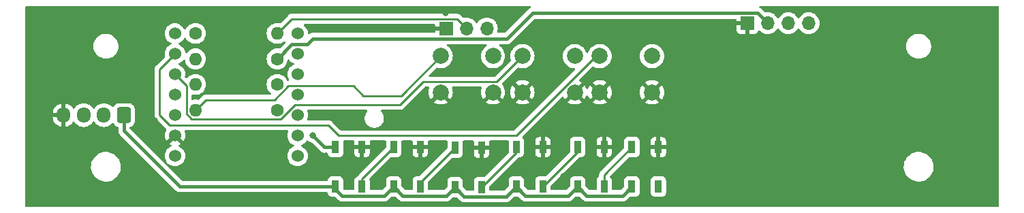
<source format=gbr>
%TF.GenerationSoftware,KiCad,Pcbnew,7.0.9*%
%TF.CreationDate,2024-10-29T13:49:45+09:00*%
%TF.ProjectId,02-top,30322d74-6f70-42e6-9b69-6361645f7063,rev?*%
%TF.SameCoordinates,Original*%
%TF.FileFunction,Copper,L1,Top*%
%TF.FilePolarity,Positive*%
%FSLAX46Y46*%
G04 Gerber Fmt 4.6, Leading zero omitted, Abs format (unit mm)*
G04 Created by KiCad (PCBNEW 7.0.9) date 2024-10-29 13:49:45*
%MOMM*%
%LPD*%
G01*
G04 APERTURE LIST*
G04 Aperture macros list*
%AMRoundRect*
0 Rectangle with rounded corners*
0 $1 Rounding radius*
0 $2 $3 $4 $5 $6 $7 $8 $9 X,Y pos of 4 corners*
0 Add a 4 corners polygon primitive as box body*
4,1,4,$2,$3,$4,$5,$6,$7,$8,$9,$2,$3,0*
0 Add four circle primitives for the rounded corners*
1,1,$1+$1,$2,$3*
1,1,$1+$1,$4,$5*
1,1,$1+$1,$6,$7*
1,1,$1+$1,$8,$9*
0 Add four rect primitives between the rounded corners*
20,1,$1+$1,$2,$3,$4,$5,0*
20,1,$1+$1,$4,$5,$6,$7,0*
20,1,$1+$1,$6,$7,$8,$9,0*
20,1,$1+$1,$8,$9,$2,$3,0*%
G04 Aperture macros list end*
%TA.AperFunction,ComponentPad*%
%ADD10RoundRect,0.250000X0.600000X0.725000X-0.600000X0.725000X-0.600000X-0.725000X0.600000X-0.725000X0*%
%TD*%
%TA.AperFunction,ComponentPad*%
%ADD11O,1.700000X1.950000*%
%TD*%
%TA.AperFunction,ComponentPad*%
%ADD12C,2.000000*%
%TD*%
%TA.AperFunction,SMDPad,CuDef*%
%ADD13R,0.900000X1.500000*%
%TD*%
%TA.AperFunction,ComponentPad*%
%ADD14R,1.700000X1.700000*%
%TD*%
%TA.AperFunction,ComponentPad*%
%ADD15O,1.700000X1.700000*%
%TD*%
%TA.AperFunction,ComponentPad*%
%ADD16C,1.524000*%
%TD*%
%TA.AperFunction,ComponentPad*%
%ADD17C,1.600000*%
%TD*%
%TA.AperFunction,ComponentPad*%
%ADD18O,1.600000X1.600000*%
%TD*%
%TA.AperFunction,ViaPad*%
%ADD19C,0.800000*%
%TD*%
%TA.AperFunction,Conductor*%
%ADD20C,0.400000*%
%TD*%
%TA.AperFunction,Conductor*%
%ADD21C,0.250000*%
%TD*%
G04 APERTURE END LIST*
D10*
%TO.P,J1,1,Pin_1*%
%TO.N,+5V*%
X35560000Y-64770000D03*
D11*
%TO.P,J1,2,Pin_2*%
%TO.N,UART5_RX*%
X33060000Y-64770000D03*
%TO.P,J1,3,Pin_3*%
%TO.N,UART5_TX*%
X30560000Y-64770000D03*
%TO.P,J1,4,Pin_4*%
%TO.N,GND*%
X28060000Y-64770000D03*
%TD*%
D12*
%TO.P,SW3,1,1*%
%TO.N,SW3*%
X101190000Y-57440000D03*
X94690000Y-57440000D03*
%TO.P,SW3,2,2*%
%TO.N,GND*%
X101190000Y-61940000D03*
X94690000Y-61940000D03*
%TD*%
%TO.P,SW2,1,1*%
%TO.N,SW2*%
X91590000Y-57440000D03*
X85090000Y-57440000D03*
%TO.P,SW2,2,2*%
%TO.N,GND*%
X91590000Y-61940000D03*
X85090000Y-61940000D03*
%TD*%
%TO.P,SW1,1,1*%
%TO.N,SW1*%
X81430000Y-57440000D03*
X74930000Y-57440000D03*
%TO.P,SW1,2,2*%
%TO.N,GND*%
X81430000Y-61940000D03*
X74930000Y-61940000D03*
%TD*%
D13*
%TO.P,D3,1,VDD*%
%TO.N,+5V*%
X76710000Y-73750000D03*
%TO.P,D3,2,DOUT*%
%TO.N,Net-(D3-DOUT)*%
X80010000Y-73750000D03*
%TO.P,D3,3,VSS*%
%TO.N,GND*%
X80010000Y-68850000D03*
%TO.P,D3,4,DIN*%
%TO.N,Net-(D2-DOUT)*%
X76710000Y-68850000D03*
%TD*%
%TO.P,D4,1,VDD*%
%TO.N,+5V*%
X84330000Y-73660000D03*
%TO.P,D4,2,DOUT*%
%TO.N,Net-(D4-DOUT)*%
X87630000Y-73660000D03*
%TO.P,D4,3,VSS*%
%TO.N,GND*%
X87630000Y-68760000D03*
%TO.P,D4,4,DIN*%
%TO.N,Net-(D3-DOUT)*%
X84330000Y-68760000D03*
%TD*%
%TO.P,D6,1,VDD*%
%TO.N,+5V*%
X98680000Y-73660000D03*
%TO.P,D6,2,DOUT*%
%TO.N,unconnected-(D6-DOUT-Pad2)*%
X101980000Y-73660000D03*
%TO.P,D6,3,VSS*%
%TO.N,GND*%
X101980000Y-68760000D03*
%TO.P,D6,4,DIN*%
%TO.N,Net-(D5-DOUT)*%
X98680000Y-68760000D03*
%TD*%
D14*
%TO.P,J2,1,Pin_1*%
%TO.N,GND*%
X113040000Y-53340000D03*
D15*
%TO.P,J2,2,Pin_2*%
%TO.N,+3V3*%
X115580000Y-53340000D03*
%TO.P,J2,3,Pin_3*%
%TO.N,I2C_SCL*%
X118120000Y-53340000D03*
%TO.P,J2,4,Pin_4*%
%TO.N,I2C_SDA*%
X120660000Y-53340000D03*
%TD*%
D13*
%TO.P,D2,1,VDD*%
%TO.N,+5V*%
X69090000Y-73660000D03*
%TO.P,D2,2,DOUT*%
%TO.N,Net-(D2-DOUT)*%
X72390000Y-73660000D03*
%TO.P,D2,3,VSS*%
%TO.N,GND*%
X72390000Y-68760000D03*
%TO.P,D2,4,DIN*%
%TO.N,Net-(D1-DOUT)*%
X69090000Y-68760000D03*
%TD*%
D15*
%TO.P,SW4,3,C*%
%TO.N,unconnected-(SW4-C-Pad3)*%
X80660000Y-53975000D03*
%TO.P,SW4,2,B*%
%TO.N,SW*%
X78120000Y-53975000D03*
D14*
%TO.P,SW4,1,A*%
%TO.N,GND*%
X75580000Y-53975000D03*
%TD*%
D13*
%TO.P,D1,1,VDD*%
%TO.N,+5V*%
X61850000Y-73660000D03*
%TO.P,D1,2,DOUT*%
%TO.N,Net-(D1-DOUT)*%
X65150000Y-73660000D03*
%TO.P,D1,3,VSS*%
%TO.N,GND*%
X65150000Y-68760000D03*
%TO.P,D1,4,DIN*%
%TO.N,WS2812B*%
X61850000Y-68760000D03*
%TD*%
%TO.P,D5,1,VDD*%
%TO.N,+5V*%
X91950000Y-73660000D03*
%TO.P,D5,2,DOUT*%
%TO.N,Net-(D5-DOUT)*%
X95250000Y-73660000D03*
%TO.P,D5,3,VSS*%
%TO.N,GND*%
X95250000Y-68760000D03*
%TO.P,D5,4,DIN*%
%TO.N,Net-(D4-DOUT)*%
X91950000Y-68760000D03*
%TD*%
D16*
%TO.P,U1,1,D0*%
%TO.N,unconnected-(U1-D0-Pad1)*%
X57150000Y-69850000D03*
%TO.P,U1,2,D1*%
%TO.N,unconnected-(U1-D1-Pad2)*%
X57150000Y-67310000D03*
%TO.P,U1,3,D2*%
%TO.N,SW*%
X57150000Y-64770000D03*
%TO.P,U1,4,D3*%
%TO.N,WS2812B*%
X57150000Y-62230000D03*
%TO.P,U1,5,D4*%
%TO.N,I2C_SDA*%
X57150000Y-59690000D03*
%TO.P,U1,6,D5*%
%TO.N,I2C_SCL*%
X57150000Y-57150000D03*
%TO.P,U1,7,D6*%
%TO.N,UART5_RX*%
X57150000Y-54610000D03*
%TO.P,U1,8,D7*%
%TO.N,UART5_TX*%
X41910000Y-54610000D03*
%TO.P,U1,9,D8*%
%TO.N,SW3*%
X41910000Y-57150000D03*
%TO.P,U1,10,D9*%
%TO.N,SW2*%
X41910000Y-59690000D03*
%TO.P,U1,11,D10*%
%TO.N,SW1*%
X41910000Y-62230000D03*
%TO.P,U1,12,3V3*%
%TO.N,+3V3*%
X41910000Y-64770000D03*
%TO.P,U1,13,GND*%
%TO.N,GND*%
X41910000Y-67310000D03*
%TO.P,U1,14,5V*%
%TO.N,+5V*%
X41910000Y-69850000D03*
%TD*%
D17*
%TO.P,R1,1*%
%TO.N,+3V3*%
X54610000Y-64135000D03*
D18*
%TO.P,R1,2*%
%TO.N,SW1*%
X44450000Y-64135000D03*
%TD*%
D17*
%TO.P,R3,1*%
%TO.N,+3V3*%
X54610000Y-57785000D03*
D18*
%TO.P,R3,2*%
%TO.N,SW3*%
X44450000Y-57785000D03*
%TD*%
D17*
%TO.P,R2,1*%
%TO.N,+3V3*%
X54610000Y-60960000D03*
D18*
%TO.P,R2,2*%
%TO.N,SW2*%
X44450000Y-60960000D03*
%TD*%
D17*
%TO.P,R4,1*%
%TO.N,+3V3*%
X44450000Y-54610000D03*
D18*
%TO.P,R4,2*%
%TO.N,SW*%
X54610000Y-54610000D03*
%TD*%
D19*
%TO.N,GND*%
X84455000Y-52070000D03*
X82550000Y-53975000D03*
X75565000Y-52070000D03*
%TO.N,WS2812B*%
X59055000Y-67310000D03*
%TO.N,GND*%
X37465000Y-63500000D03*
X38735000Y-58420000D03*
X141605000Y-53340000D03*
X141605000Y-71120000D03*
X24765000Y-74930000D03*
X71755000Y-53975000D03*
X39370000Y-65405000D03*
X43180000Y-71755000D03*
X102235000Y-71120000D03*
X100330000Y-68580000D03*
X100330000Y-73660000D03*
X93980000Y-68580000D03*
X86360000Y-68580000D03*
X82550000Y-68580000D03*
X78105000Y-68580000D03*
X70485000Y-68580000D03*
X74930000Y-68580000D03*
X67310000Y-68580000D03*
X63500000Y-68580000D03*
X63500000Y-73660000D03*
X67310000Y-73025000D03*
X74295000Y-73025000D03*
X82550000Y-73025000D03*
X90170000Y-72390000D03*
X97155000Y-72390000D03*
X93345000Y-71120000D03*
X85725000Y-71120000D03*
X78105000Y-71120000D03*
X70485000Y-71120000D03*
X63500000Y-71120000D03*
X24765000Y-52705000D03*
X52070000Y-57785000D03*
X114935000Y-60960000D03*
X107315000Y-53340000D03*
%TD*%
D20*
%TO.N,WS2812B*%
X60505000Y-68760000D02*
X59055000Y-67310000D01*
X61850000Y-68760000D02*
X60505000Y-68760000D01*
%TO.N,+3V3*%
X58311999Y-55988000D02*
X56407000Y-55988000D01*
X83185000Y-55245000D02*
X59054999Y-55245000D01*
X114330000Y-52090000D02*
X86340000Y-52090000D01*
X59054999Y-55245000D02*
X58311999Y-55988000D01*
X56407000Y-55988000D02*
X54610000Y-57785000D01*
X115580000Y-53340000D02*
X114330000Y-52090000D01*
X86340000Y-52090000D02*
X83185000Y-55245000D01*
D21*
%TO.N,SW*%
X76945000Y-52800000D02*
X78120000Y-53975000D01*
X56420000Y-52800000D02*
X76945000Y-52800000D01*
X54610000Y-54610000D02*
X56420000Y-52800000D01*
%TO.N,SW3*%
X40005000Y-64770000D02*
X40005000Y-59055000D01*
X41275000Y-66040000D02*
X40005000Y-64770000D01*
X60959125Y-66040000D02*
X41275000Y-66040000D01*
X84346167Y-67310000D02*
X62229125Y-67310000D01*
X40005000Y-59055000D02*
X41910000Y-57150000D01*
X94216167Y-57440000D02*
X84346167Y-67310000D01*
X62229125Y-67310000D02*
X60959125Y-66040000D01*
X94690000Y-57440000D02*
X94216167Y-57440000D01*
%TO.N,SW2*%
X43325000Y-61105000D02*
X41910000Y-59690000D01*
X43325000Y-64600991D02*
X43325000Y-61105000D01*
X43984009Y-65260000D02*
X43325000Y-64600991D01*
X55075991Y-65260000D02*
X43984009Y-65260000D01*
X56835991Y-63500000D02*
X55075991Y-65260000D01*
X69850000Y-63500000D02*
X56835991Y-63500000D01*
X72735000Y-60615000D02*
X69850000Y-63500000D01*
X81915000Y-60615000D02*
X72735000Y-60615000D01*
X85090000Y-57440000D02*
X81915000Y-60615000D01*
%TO.N,SW1*%
X56017991Y-61143000D02*
X54295991Y-62865000D01*
X45720000Y-62865000D02*
X44450000Y-64135000D01*
X64092556Y-61143000D02*
X56017991Y-61143000D01*
X65307059Y-62357503D02*
X64092556Y-61143000D01*
X70012497Y-62357503D02*
X65307059Y-62357503D01*
X74930000Y-57440000D02*
X70012497Y-62357503D01*
X54295991Y-62865000D02*
X45720000Y-62865000D01*
D20*
%TO.N,+5V*%
X42545000Y-73660000D02*
X35560000Y-66675000D01*
X35560000Y-66675000D02*
X35560000Y-64770000D01*
X61850000Y-73660000D02*
X42545000Y-73660000D01*
X97530000Y-74810000D02*
X98680000Y-73660000D01*
X93100000Y-74810000D02*
X97530000Y-74810000D01*
X91950000Y-73660000D02*
X93100000Y-74810000D01*
X90800000Y-74810000D02*
X91950000Y-73660000D01*
X85480000Y-74810000D02*
X90800000Y-74810000D01*
X84330000Y-73660000D02*
X85480000Y-74810000D01*
X83090000Y-74900000D02*
X84330000Y-73660000D01*
X77860000Y-74900000D02*
X83090000Y-74900000D01*
X76710000Y-73750000D02*
X77860000Y-74900000D01*
X75650000Y-74810000D02*
X76710000Y-73750000D01*
X69090000Y-73660000D02*
X70240000Y-74810000D01*
X70240000Y-74810000D02*
X75650000Y-74810000D01*
X67940000Y-74810000D02*
X69090000Y-73660000D01*
X62700000Y-74810000D02*
X67940000Y-74810000D01*
X61850000Y-73960000D02*
X62700000Y-74810000D01*
X61850000Y-73660000D02*
X61850000Y-73960000D01*
D21*
%TO.N,Net-(D5-DOUT)*%
X95250000Y-73660000D02*
X95250000Y-72190000D01*
X95250000Y-72190000D02*
X98680000Y-68760000D01*
%TO.N,Net-(D4-DOUT)*%
X87630000Y-73660000D02*
X91950000Y-69340000D01*
X91950000Y-69340000D02*
X91950000Y-68760000D01*
%TO.N,Net-(D3-DOUT)*%
X84330000Y-69430000D02*
X84330000Y-68760000D01*
X80010000Y-73750000D02*
X84330000Y-69430000D01*
%TO.N,Net-(D2-DOUT)*%
X72390000Y-73170000D02*
X76710000Y-68850000D01*
X72390000Y-73660000D02*
X72390000Y-73170000D01*
%TO.N,Net-(D1-DOUT)*%
X65150000Y-72700000D02*
X69090000Y-68760000D01*
X65150000Y-73660000D02*
X65150000Y-72700000D01*
%TD*%
%TA.AperFunction,Conductor*%
%TO.N,GND*%
G36*
X86098955Y-51220185D02*
G01*
X86144710Y-51272989D01*
X86154654Y-51342147D01*
X86125629Y-51405703D01*
X86082801Y-51437578D01*
X86073515Y-51441757D01*
X86070058Y-51443189D01*
X86012071Y-51465181D01*
X86012066Y-51465184D01*
X86003722Y-51470943D01*
X85984187Y-51481961D01*
X85974947Y-51486120D01*
X85974945Y-51486121D01*
X85926136Y-51524359D01*
X85923122Y-51526576D01*
X85872070Y-51561817D01*
X85872068Y-51561818D01*
X85830942Y-51608240D01*
X85828375Y-51610966D01*
X82931162Y-54508181D01*
X82869839Y-54541666D01*
X82843481Y-54544500D01*
X82067144Y-54544500D01*
X82000105Y-54524815D01*
X81954350Y-54472011D01*
X81944406Y-54402853D01*
X81947369Y-54388407D01*
X81954124Y-54363195D01*
X81995063Y-54210408D01*
X82015659Y-53975000D01*
X81995063Y-53739592D01*
X81933903Y-53511337D01*
X81834035Y-53297171D01*
X81828425Y-53289158D01*
X81698494Y-53103597D01*
X81531402Y-52936506D01*
X81531395Y-52936501D01*
X81337834Y-52800967D01*
X81337830Y-52800965D01*
X81315388Y-52790500D01*
X81123663Y-52701097D01*
X81123659Y-52701096D01*
X81123655Y-52701094D01*
X80895413Y-52639938D01*
X80895403Y-52639936D01*
X80660001Y-52619341D01*
X80659999Y-52619341D01*
X80424596Y-52639936D01*
X80424586Y-52639938D01*
X80196344Y-52701094D01*
X80196335Y-52701098D01*
X79982171Y-52800964D01*
X79982169Y-52800965D01*
X79788597Y-52936505D01*
X79621505Y-53103597D01*
X79491575Y-53289158D01*
X79436998Y-53332783D01*
X79367500Y-53339977D01*
X79305145Y-53308454D01*
X79288425Y-53289158D01*
X79158494Y-53103597D01*
X78991402Y-52936506D01*
X78991395Y-52936501D01*
X78797834Y-52800967D01*
X78797830Y-52800965D01*
X78775388Y-52790500D01*
X78583663Y-52701097D01*
X78583659Y-52701096D01*
X78583655Y-52701094D01*
X78355413Y-52639938D01*
X78355403Y-52639936D01*
X78120001Y-52619341D01*
X78119999Y-52619341D01*
X77884590Y-52639937D01*
X77884589Y-52639937D01*
X77784124Y-52666855D01*
X77714274Y-52665191D01*
X77664352Y-52634761D01*
X77445803Y-52416212D01*
X77435980Y-52403950D01*
X77435759Y-52404134D01*
X77430786Y-52398123D01*
X77412159Y-52380631D01*
X77380364Y-52350773D01*
X77369919Y-52340328D01*
X77359475Y-52329883D01*
X77353986Y-52325625D01*
X77349561Y-52321847D01*
X77315582Y-52289938D01*
X77315580Y-52289936D01*
X77315577Y-52289935D01*
X77298029Y-52280288D01*
X77281763Y-52269604D01*
X77265933Y-52257325D01*
X77223168Y-52238818D01*
X77217922Y-52236248D01*
X77177093Y-52213803D01*
X77177092Y-52213802D01*
X77157693Y-52208822D01*
X77139281Y-52202518D01*
X77120898Y-52194562D01*
X77120892Y-52194560D01*
X77074874Y-52187272D01*
X77069152Y-52186087D01*
X77024021Y-52174500D01*
X77024019Y-52174500D01*
X77003984Y-52174500D01*
X76984586Y-52172973D01*
X76977162Y-52171797D01*
X76964805Y-52169840D01*
X76964804Y-52169840D01*
X76918416Y-52174225D01*
X76912578Y-52174500D01*
X56502743Y-52174500D01*
X56487122Y-52172775D01*
X56487095Y-52173061D01*
X56479333Y-52172326D01*
X56410172Y-52174500D01*
X56380649Y-52174500D01*
X56373778Y-52175367D01*
X56367959Y-52175825D01*
X56321374Y-52177289D01*
X56321368Y-52177290D01*
X56302126Y-52182880D01*
X56283087Y-52186823D01*
X56263217Y-52189334D01*
X56263203Y-52189337D01*
X56219883Y-52206488D01*
X56214358Y-52208380D01*
X56169613Y-52221380D01*
X56169610Y-52221381D01*
X56152366Y-52231579D01*
X56134905Y-52240133D01*
X56116274Y-52247510D01*
X56116262Y-52247517D01*
X56078570Y-52274902D01*
X56073687Y-52278109D01*
X56033580Y-52301829D01*
X56019414Y-52315995D01*
X56004624Y-52328627D01*
X55988414Y-52340404D01*
X55988411Y-52340407D01*
X55958710Y-52376309D01*
X55954777Y-52380631D01*
X55024821Y-53310586D01*
X54963498Y-53344071D01*
X54905048Y-53342680D01*
X54836697Y-53324366D01*
X54836693Y-53324365D01*
X54836692Y-53324365D01*
X54723346Y-53314448D01*
X54610001Y-53304532D01*
X54609998Y-53304532D01*
X54383313Y-53324364D01*
X54383302Y-53324366D01*
X54163511Y-53383258D01*
X54163502Y-53383261D01*
X53957267Y-53479431D01*
X53957265Y-53479432D01*
X53770858Y-53609954D01*
X53609954Y-53770858D01*
X53479432Y-53957265D01*
X53479431Y-53957267D01*
X53383261Y-54163502D01*
X53383258Y-54163511D01*
X53324366Y-54383302D01*
X53324364Y-54383313D01*
X53304532Y-54609998D01*
X53304532Y-54610001D01*
X53324364Y-54836686D01*
X53324366Y-54836697D01*
X53383258Y-55056488D01*
X53383261Y-55056497D01*
X53479431Y-55262732D01*
X53479432Y-55262734D01*
X53609954Y-55449141D01*
X53770858Y-55610045D01*
X53770861Y-55610047D01*
X53957266Y-55740568D01*
X54163504Y-55836739D01*
X54383308Y-55895635D01*
X54545230Y-55909801D01*
X54609998Y-55915468D01*
X54610000Y-55915468D01*
X54610002Y-55915468D01*
X54666673Y-55910509D01*
X54836692Y-55895635D01*
X55056496Y-55836739D01*
X55262734Y-55740568D01*
X55439452Y-55616829D01*
X55505657Y-55594503D01*
X55573424Y-55611513D01*
X55621237Y-55662461D01*
X55633915Y-55731171D01*
X55607433Y-55795828D01*
X55598255Y-55806086D01*
X54940369Y-56463972D01*
X54879046Y-56497457D01*
X54841881Y-56499819D01*
X54836680Y-56499364D01*
X54817171Y-56497657D01*
X54610002Y-56479532D01*
X54609998Y-56479532D01*
X54383313Y-56499364D01*
X54383302Y-56499366D01*
X54163511Y-56558258D01*
X54163502Y-56558261D01*
X53957267Y-56654431D01*
X53957265Y-56654432D01*
X53770858Y-56784954D01*
X53609954Y-56945858D01*
X53479432Y-57132265D01*
X53479431Y-57132267D01*
X53383261Y-57338502D01*
X53383258Y-57338511D01*
X53324366Y-57558302D01*
X53324364Y-57558313D01*
X53304532Y-57784998D01*
X53304532Y-57785001D01*
X53324364Y-58011686D01*
X53324366Y-58011697D01*
X53383258Y-58231488D01*
X53383261Y-58231497D01*
X53479431Y-58437732D01*
X53479432Y-58437734D01*
X53609954Y-58624141D01*
X53770858Y-58785045D01*
X53770861Y-58785047D01*
X53957266Y-58915568D01*
X54163504Y-59011739D01*
X54383308Y-59070635D01*
X54541694Y-59084492D01*
X54609998Y-59090468D01*
X54610000Y-59090468D01*
X54610002Y-59090468D01*
X54678306Y-59084492D01*
X54836692Y-59070635D01*
X55056496Y-59011739D01*
X55262734Y-58915568D01*
X55449139Y-58785047D01*
X55610047Y-58624139D01*
X55740568Y-58437734D01*
X55836739Y-58231496D01*
X55895635Y-58011692D01*
X55901095Y-57949277D01*
X55926547Y-57884210D01*
X55983138Y-57843232D01*
X56052900Y-57839353D01*
X56113684Y-57873806D01*
X56126198Y-57888963D01*
X56179170Y-57964615D01*
X56179175Y-57964621D01*
X56335378Y-58120824D01*
X56335384Y-58120829D01*
X56516333Y-58247531D01*
X56516335Y-58247532D01*
X56516338Y-58247534D01*
X56635748Y-58303215D01*
X56645189Y-58307618D01*
X56697628Y-58353790D01*
X56716780Y-58420984D01*
X56696564Y-58487865D01*
X56645189Y-58532382D01*
X56516340Y-58592465D01*
X56516338Y-58592466D01*
X56335377Y-58719175D01*
X56179175Y-58875377D01*
X56052466Y-59056338D01*
X56052465Y-59056340D01*
X55959107Y-59256548D01*
X55959104Y-59256554D01*
X55901930Y-59469929D01*
X55901929Y-59469937D01*
X55882677Y-59689997D01*
X55882677Y-59690002D01*
X55901929Y-59910062D01*
X55901930Y-59910070D01*
X55959104Y-60123445D01*
X55959105Y-60123447D01*
X55959106Y-60123450D01*
X56043639Y-60304733D01*
X56052466Y-60323662D01*
X56052466Y-60323663D01*
X56052777Y-60324106D01*
X56052853Y-60324332D01*
X56055175Y-60328354D01*
X56054366Y-60328820D01*
X56075103Y-60390313D01*
X56058090Y-60458080D01*
X56007141Y-60505892D01*
X55955096Y-60519166D01*
X55922774Y-60520182D01*
X55855149Y-60502613D01*
X55807758Y-60451273D01*
X55806496Y-60448648D01*
X55772551Y-60375853D01*
X55740568Y-60307266D01*
X55610049Y-60120864D01*
X55610045Y-60120858D01*
X55449141Y-59959954D01*
X55262734Y-59829432D01*
X55262732Y-59829431D01*
X55056497Y-59733261D01*
X55056488Y-59733258D01*
X54836697Y-59674366D01*
X54836693Y-59674365D01*
X54836692Y-59674365D01*
X54836691Y-59674364D01*
X54836686Y-59674364D01*
X54610002Y-59654532D01*
X54609998Y-59654532D01*
X54383313Y-59674364D01*
X54383302Y-59674366D01*
X54163511Y-59733258D01*
X54163502Y-59733261D01*
X53957267Y-59829431D01*
X53957265Y-59829432D01*
X53770858Y-59959954D01*
X53609954Y-60120858D01*
X53479432Y-60307265D01*
X53479431Y-60307267D01*
X53383261Y-60513502D01*
X53383258Y-60513511D01*
X53324366Y-60733302D01*
X53324364Y-60733313D01*
X53304532Y-60959998D01*
X53304532Y-60960001D01*
X53324364Y-61186686D01*
X53324366Y-61186697D01*
X53383258Y-61406488D01*
X53383261Y-61406497D01*
X53479431Y-61612732D01*
X53479432Y-61612734D01*
X53609954Y-61799141D01*
X53770858Y-61960045D01*
X53847807Y-62013925D01*
X53891432Y-62068501D01*
X53898626Y-62138000D01*
X53867103Y-62200355D01*
X53806874Y-62235769D01*
X53776684Y-62239500D01*
X45802737Y-62239500D01*
X45787120Y-62237776D01*
X45787093Y-62238062D01*
X45779331Y-62237327D01*
X45710203Y-62239500D01*
X45680650Y-62239500D01*
X45679929Y-62239590D01*
X45673757Y-62240369D01*
X45667945Y-62240826D01*
X45621373Y-62242290D01*
X45621372Y-62242290D01*
X45602129Y-62247881D01*
X45583079Y-62251825D01*
X45563211Y-62254334D01*
X45563209Y-62254335D01*
X45519884Y-62271488D01*
X45514357Y-62273380D01*
X45469610Y-62286381D01*
X45469609Y-62286382D01*
X45452367Y-62296579D01*
X45434899Y-62305137D01*
X45416269Y-62312513D01*
X45416267Y-62312514D01*
X45378576Y-62339898D01*
X45373694Y-62343105D01*
X45333579Y-62366830D01*
X45319408Y-62381000D01*
X45304623Y-62393628D01*
X45288412Y-62405407D01*
X45258709Y-62441310D01*
X45254777Y-62445631D01*
X44864821Y-62835586D01*
X44803498Y-62869071D01*
X44745048Y-62867680D01*
X44676697Y-62849366D01*
X44676693Y-62849365D01*
X44676692Y-62849365D01*
X44563346Y-62839448D01*
X44450001Y-62829532D01*
X44449998Y-62829532D01*
X44223313Y-62849364D01*
X44223302Y-62849366D01*
X44106593Y-62880638D01*
X44036743Y-62878975D01*
X43978881Y-62839812D01*
X43951377Y-62775583D01*
X43950500Y-62760863D01*
X43950500Y-62334136D01*
X43970185Y-62267097D01*
X44022989Y-62221342D01*
X44092147Y-62211398D01*
X44106582Y-62214358D01*
X44223308Y-62245635D01*
X44385230Y-62259801D01*
X44449998Y-62265468D01*
X44450000Y-62265468D01*
X44450002Y-62265468D01*
X44510716Y-62260156D01*
X44676692Y-62245635D01*
X44896496Y-62186739D01*
X45102734Y-62090568D01*
X45289139Y-61960047D01*
X45450047Y-61799139D01*
X45580568Y-61612734D01*
X45676739Y-61406496D01*
X45735635Y-61186692D01*
X45755468Y-60960000D01*
X45735635Y-60733308D01*
X45681109Y-60529814D01*
X45676741Y-60513511D01*
X45676738Y-60513502D01*
X45642463Y-60440000D01*
X45580568Y-60307266D01*
X45450049Y-60120864D01*
X45450045Y-60120858D01*
X45289141Y-59959954D01*
X45102734Y-59829432D01*
X45102732Y-59829431D01*
X44896497Y-59733261D01*
X44896488Y-59733258D01*
X44676697Y-59674366D01*
X44676693Y-59674365D01*
X44676692Y-59674365D01*
X44676691Y-59674364D01*
X44676686Y-59674364D01*
X44450002Y-59654532D01*
X44449998Y-59654532D01*
X44223313Y-59674364D01*
X44223302Y-59674366D01*
X44003511Y-59733258D01*
X44003502Y-59733261D01*
X43797267Y-59829431D01*
X43797265Y-59829432D01*
X43610862Y-59959951D01*
X43449951Y-60120863D01*
X43449950Y-60120864D01*
X43442251Y-60131859D01*
X43387671Y-60175480D01*
X43318172Y-60182668D01*
X43255820Y-60151141D01*
X43253000Y-60148409D01*
X43178386Y-60073795D01*
X43144901Y-60012472D01*
X43146293Y-59954018D01*
X43146518Y-59953181D01*
X43158070Y-59910068D01*
X43177323Y-59690000D01*
X43158070Y-59469932D01*
X43100894Y-59256550D01*
X43007534Y-59056339D01*
X42926423Y-58940500D01*
X42880827Y-58875381D01*
X42824269Y-58818823D01*
X42724620Y-58719174D01*
X42724616Y-58719171D01*
X42724615Y-58719170D01*
X42543666Y-58592468D01*
X42543658Y-58592464D01*
X42414811Y-58532382D01*
X42362371Y-58486210D01*
X42343219Y-58419017D01*
X42363435Y-58352135D01*
X42414811Y-58307618D01*
X42420802Y-58304824D01*
X42543662Y-58247534D01*
X42724620Y-58120826D01*
X42880826Y-57964620D01*
X42933802Y-57888962D01*
X42988377Y-57845338D01*
X43057875Y-57838144D01*
X43120230Y-57869666D01*
X43155645Y-57929896D01*
X43158904Y-57949278D01*
X43164364Y-58011687D01*
X43164366Y-58011697D01*
X43223258Y-58231488D01*
X43223261Y-58231497D01*
X43319431Y-58437732D01*
X43319432Y-58437734D01*
X43449954Y-58624141D01*
X43610858Y-58785045D01*
X43610861Y-58785047D01*
X43797266Y-58915568D01*
X44003504Y-59011739D01*
X44223308Y-59070635D01*
X44381694Y-59084492D01*
X44449998Y-59090468D01*
X44450000Y-59090468D01*
X44450002Y-59090468D01*
X44518306Y-59084492D01*
X44676692Y-59070635D01*
X44896496Y-59011739D01*
X45102734Y-58915568D01*
X45289139Y-58785047D01*
X45450047Y-58624139D01*
X45580568Y-58437734D01*
X45676739Y-58231496D01*
X45735635Y-58011692D01*
X45755468Y-57785000D01*
X45751519Y-57739868D01*
X45747264Y-57691225D01*
X45735635Y-57558308D01*
X45676739Y-57338504D01*
X45580568Y-57132266D01*
X45462900Y-56964217D01*
X45450045Y-56945858D01*
X45289141Y-56784954D01*
X45102734Y-56654432D01*
X45102732Y-56654431D01*
X44896497Y-56558261D01*
X44896488Y-56558258D01*
X44676697Y-56499366D01*
X44676693Y-56499365D01*
X44676692Y-56499365D01*
X44676691Y-56499364D01*
X44676686Y-56499364D01*
X44450002Y-56479532D01*
X44449998Y-56479532D01*
X44223313Y-56499364D01*
X44223302Y-56499366D01*
X44003511Y-56558258D01*
X44003502Y-56558261D01*
X43797267Y-56654431D01*
X43797265Y-56654432D01*
X43610858Y-56784954D01*
X43449953Y-56945859D01*
X43387138Y-57035570D01*
X43332561Y-57079195D01*
X43263063Y-57086389D01*
X43200708Y-57054866D01*
X43165294Y-56994636D01*
X43162035Y-56975254D01*
X43159924Y-56951122D01*
X43158070Y-56929932D01*
X43100894Y-56716550D01*
X43007534Y-56516339D01*
X42903018Y-56367074D01*
X42880827Y-56335381D01*
X42803093Y-56257647D01*
X42724620Y-56179174D01*
X42724616Y-56179171D01*
X42724615Y-56179170D01*
X42543666Y-56052468D01*
X42543658Y-56052464D01*
X42414811Y-55992382D01*
X42362371Y-55946210D01*
X42343219Y-55879017D01*
X42363435Y-55812135D01*
X42414811Y-55767618D01*
X42420802Y-55764824D01*
X42543662Y-55707534D01*
X42724620Y-55580826D01*
X42880826Y-55424620D01*
X43007534Y-55243662D01*
X43046654Y-55159767D01*
X43092826Y-55107328D01*
X43160019Y-55088176D01*
X43226900Y-55108391D01*
X43271416Y-55159765D01*
X43310537Y-55243658D01*
X43319431Y-55262732D01*
X43319432Y-55262734D01*
X43449954Y-55449141D01*
X43610858Y-55610045D01*
X43610861Y-55610047D01*
X43797266Y-55740568D01*
X44003504Y-55836739D01*
X44223308Y-55895635D01*
X44385230Y-55909801D01*
X44449998Y-55915468D01*
X44450000Y-55915468D01*
X44450002Y-55915468D01*
X44506673Y-55910509D01*
X44676692Y-55895635D01*
X44896496Y-55836739D01*
X45102734Y-55740568D01*
X45289139Y-55610047D01*
X45450047Y-55449139D01*
X45580568Y-55262734D01*
X45676739Y-55056496D01*
X45735635Y-54836692D01*
X45755468Y-54610000D01*
X45755373Y-54608919D01*
X45743657Y-54475000D01*
X45735635Y-54383308D01*
X45676739Y-54163504D01*
X45580568Y-53957266D01*
X45450047Y-53770861D01*
X45450045Y-53770858D01*
X45289141Y-53609954D01*
X45102734Y-53479432D01*
X45102732Y-53479431D01*
X44896497Y-53383261D01*
X44896488Y-53383258D01*
X44676697Y-53324366D01*
X44676693Y-53324365D01*
X44676692Y-53324365D01*
X44676691Y-53324364D01*
X44676686Y-53324364D01*
X44450002Y-53304532D01*
X44449998Y-53304532D01*
X44223313Y-53324364D01*
X44223302Y-53324366D01*
X44003511Y-53383258D01*
X44003502Y-53383261D01*
X43797267Y-53479431D01*
X43797265Y-53479432D01*
X43610858Y-53609954D01*
X43449954Y-53770858D01*
X43319433Y-53957264D01*
X43271417Y-54060233D01*
X43225244Y-54112672D01*
X43158050Y-54131823D01*
X43091169Y-54111607D01*
X43046654Y-54060232D01*
X43007534Y-53976339D01*
X42892486Y-53812032D01*
X42880827Y-53795381D01*
X42810446Y-53725000D01*
X42724620Y-53639174D01*
X42724616Y-53639171D01*
X42724615Y-53639170D01*
X42543666Y-53512468D01*
X42543662Y-53512466D01*
X42512616Y-53497989D01*
X42343450Y-53419106D01*
X42343447Y-53419105D01*
X42343445Y-53419104D01*
X42130070Y-53361930D01*
X42130062Y-53361929D01*
X41910002Y-53342677D01*
X41909998Y-53342677D01*
X41689937Y-53361929D01*
X41689929Y-53361930D01*
X41476554Y-53419104D01*
X41476548Y-53419107D01*
X41276340Y-53512465D01*
X41276338Y-53512466D01*
X41095377Y-53639175D01*
X40939175Y-53795377D01*
X40812466Y-53976338D01*
X40812465Y-53976340D01*
X40719107Y-54176548D01*
X40719104Y-54176554D01*
X40661930Y-54389929D01*
X40661929Y-54389937D01*
X40642677Y-54609997D01*
X40642677Y-54610002D01*
X40661929Y-54830062D01*
X40661930Y-54830070D01*
X40719104Y-55043445D01*
X40719105Y-55043447D01*
X40719106Y-55043450D01*
X40773346Y-55159768D01*
X40812466Y-55243662D01*
X40812468Y-55243666D01*
X40939170Y-55424615D01*
X40939175Y-55424621D01*
X41095378Y-55580824D01*
X41095384Y-55580829D01*
X41276333Y-55707531D01*
X41276335Y-55707532D01*
X41276338Y-55707534D01*
X41347178Y-55740567D01*
X41405189Y-55767618D01*
X41457628Y-55813790D01*
X41476780Y-55880984D01*
X41456564Y-55947865D01*
X41405189Y-55992382D01*
X41276340Y-56052465D01*
X41276338Y-56052466D01*
X41095377Y-56179175D01*
X40939175Y-56335377D01*
X40812466Y-56516338D01*
X40812465Y-56516340D01*
X40719107Y-56716548D01*
X40719104Y-56716554D01*
X40661930Y-56929929D01*
X40661929Y-56929937D01*
X40642677Y-57149997D01*
X40642677Y-57150002D01*
X40648475Y-57216271D01*
X40661930Y-57370068D01*
X40670644Y-57402591D01*
X40673707Y-57414019D01*
X40672044Y-57483869D01*
X40641613Y-57533794D01*
X39621208Y-58554199D01*
X39608951Y-58564020D01*
X39609134Y-58564241D01*
X39603123Y-58569213D01*
X39555772Y-58619636D01*
X39534889Y-58640519D01*
X39534877Y-58640532D01*
X39530621Y-58646017D01*
X39526837Y-58650447D01*
X39494937Y-58684418D01*
X39494936Y-58684420D01*
X39485284Y-58701976D01*
X39474610Y-58718226D01*
X39462329Y-58734061D01*
X39462324Y-58734068D01*
X39443815Y-58776838D01*
X39441245Y-58782084D01*
X39418803Y-58822906D01*
X39413822Y-58842307D01*
X39407521Y-58860710D01*
X39399562Y-58879102D01*
X39399561Y-58879105D01*
X39392271Y-58925127D01*
X39391087Y-58930846D01*
X39379501Y-58975972D01*
X39379500Y-58975982D01*
X39379500Y-58996016D01*
X39377973Y-59015415D01*
X39374840Y-59035194D01*
X39374840Y-59035195D01*
X39379225Y-59081583D01*
X39379500Y-59087421D01*
X39379500Y-64687255D01*
X39377775Y-64702872D01*
X39378061Y-64702899D01*
X39377326Y-64710665D01*
X39379500Y-64779814D01*
X39379500Y-64809343D01*
X39379501Y-64809360D01*
X39380368Y-64816231D01*
X39380826Y-64822050D01*
X39382290Y-64868624D01*
X39382291Y-64868627D01*
X39387880Y-64887867D01*
X39391824Y-64906911D01*
X39394336Y-64926792D01*
X39398152Y-64936430D01*
X39411490Y-64970119D01*
X39413382Y-64975647D01*
X39426381Y-65020388D01*
X39436580Y-65037634D01*
X39445138Y-65055103D01*
X39452514Y-65073732D01*
X39479898Y-65111423D01*
X39483106Y-65116307D01*
X39506827Y-65156416D01*
X39506833Y-65156424D01*
X39520990Y-65170580D01*
X39533628Y-65185376D01*
X39545405Y-65201586D01*
X39545406Y-65201587D01*
X39581309Y-65231288D01*
X39585620Y-65235210D01*
X40504435Y-66154026D01*
X40774197Y-66423788D01*
X40784022Y-66436051D01*
X40784243Y-66435869D01*
X40789211Y-66441874D01*
X40824355Y-66474877D01*
X40859749Y-66535118D01*
X40856957Y-66604932D01*
X40841047Y-66636390D01*
X40812904Y-66676582D01*
X40812903Y-66676585D01*
X40719579Y-66876720D01*
X40719575Y-66876729D01*
X40662426Y-67090013D01*
X40662424Y-67090023D01*
X40643179Y-67309999D01*
X40643179Y-67310000D01*
X40662424Y-67529976D01*
X40662426Y-67529986D01*
X40719575Y-67743270D01*
X40719580Y-67743284D01*
X40812899Y-67943407D01*
X40812900Y-67943409D01*
X40858258Y-68008187D01*
X41525096Y-67341349D01*
X41525051Y-67341898D01*
X41556266Y-67465162D01*
X41625813Y-67571612D01*
X41726157Y-67649713D01*
X41846422Y-67691000D01*
X41882553Y-67691000D01*
X41211811Y-68361741D01*
X41276582Y-68407094D01*
X41276588Y-68407098D01*
X41405781Y-68467342D01*
X41458220Y-68513514D01*
X41477372Y-68580708D01*
X41457156Y-68647589D01*
X41405781Y-68692106D01*
X41276340Y-68752465D01*
X41276338Y-68752466D01*
X41095377Y-68879175D01*
X40939175Y-69035377D01*
X40812466Y-69216338D01*
X40812465Y-69216340D01*
X40762535Y-69323416D01*
X40722982Y-69408239D01*
X40719107Y-69416548D01*
X40719104Y-69416554D01*
X40661930Y-69629929D01*
X40661929Y-69629937D01*
X40642677Y-69849997D01*
X40642677Y-69850002D01*
X40661929Y-70070062D01*
X40661930Y-70070070D01*
X40719104Y-70283445D01*
X40719105Y-70283447D01*
X40719106Y-70283450D01*
X40808105Y-70474309D01*
X40812466Y-70483662D01*
X40812468Y-70483666D01*
X40939170Y-70664615D01*
X40939175Y-70664621D01*
X41095378Y-70820824D01*
X41095384Y-70820829D01*
X41276333Y-70947531D01*
X41276335Y-70947532D01*
X41276338Y-70947534D01*
X41476550Y-71040894D01*
X41689932Y-71098070D01*
X41847123Y-71111822D01*
X41909998Y-71117323D01*
X41910000Y-71117323D01*
X41910002Y-71117323D01*
X41965017Y-71112509D01*
X42130068Y-71098070D01*
X42343450Y-71040894D01*
X42543662Y-70947534D01*
X42724620Y-70820826D01*
X42880826Y-70664620D01*
X43007534Y-70483662D01*
X43100894Y-70283450D01*
X43158070Y-70070068D01*
X43177323Y-69850000D01*
X43176652Y-69842335D01*
X43166949Y-69731418D01*
X43158070Y-69629932D01*
X43100894Y-69416550D01*
X43007534Y-69216339D01*
X42880826Y-69035380D01*
X42724620Y-68879174D01*
X42724616Y-68879171D01*
X42724615Y-68879170D01*
X42543666Y-68752468D01*
X42543658Y-68752464D01*
X42414219Y-68692106D01*
X42361779Y-68645934D01*
X42342627Y-68578741D01*
X42362843Y-68511859D01*
X42414219Y-68467342D01*
X42543408Y-68407100D01*
X42543420Y-68407093D01*
X42608186Y-68361742D01*
X42608187Y-68361740D01*
X41937448Y-67691000D01*
X41941569Y-67691000D01*
X42035421Y-67675339D01*
X42147251Y-67614820D01*
X42233371Y-67521269D01*
X42284448Y-67404823D01*
X42290105Y-67336551D01*
X42961741Y-68008187D01*
X42961742Y-68008186D01*
X43007093Y-67943420D01*
X43007100Y-67943408D01*
X43100419Y-67743284D01*
X43100424Y-67743270D01*
X43157573Y-67529986D01*
X43157575Y-67529976D01*
X43176821Y-67310000D01*
X43176821Y-67309999D01*
X43157575Y-67090023D01*
X43157573Y-67090013D01*
X43100424Y-66876729D01*
X43100422Y-66876725D01*
X43084186Y-66841906D01*
X43073694Y-66772828D01*
X43102213Y-66709044D01*
X43160689Y-66670804D01*
X43196568Y-66665500D01*
X55862879Y-66665500D01*
X55929918Y-66685185D01*
X55975673Y-66737989D01*
X55985617Y-66807147D01*
X55975262Y-66841904D01*
X55959105Y-66876552D01*
X55959104Y-66876554D01*
X55901930Y-67089929D01*
X55901929Y-67089937D01*
X55882677Y-67309997D01*
X55882677Y-67310002D01*
X55901929Y-67530062D01*
X55901930Y-67530070D01*
X55959104Y-67743445D01*
X55959105Y-67743447D01*
X55959106Y-67743450D01*
X55992817Y-67815743D01*
X56052466Y-67943662D01*
X56052468Y-67943666D01*
X56179170Y-68124615D01*
X56179175Y-68124621D01*
X56335378Y-68280824D01*
X56335384Y-68280829D01*
X56516333Y-68407531D01*
X56516335Y-68407532D01*
X56516338Y-68407534D01*
X56635748Y-68463215D01*
X56645189Y-68467618D01*
X56697628Y-68513790D01*
X56716780Y-68580984D01*
X56696564Y-68647865D01*
X56645189Y-68692382D01*
X56516340Y-68752465D01*
X56516338Y-68752466D01*
X56335377Y-68879175D01*
X56179175Y-69035377D01*
X56052466Y-69216338D01*
X56052465Y-69216340D01*
X56002535Y-69323416D01*
X55962982Y-69408239D01*
X55959107Y-69416548D01*
X55959104Y-69416554D01*
X55901930Y-69629929D01*
X55901929Y-69629937D01*
X55882677Y-69849997D01*
X55882677Y-69850002D01*
X55901929Y-70070062D01*
X55901930Y-70070070D01*
X55959104Y-70283445D01*
X55959105Y-70283447D01*
X55959106Y-70283450D01*
X56048105Y-70474309D01*
X56052466Y-70483662D01*
X56052468Y-70483666D01*
X56179170Y-70664615D01*
X56179175Y-70664621D01*
X56335378Y-70820824D01*
X56335384Y-70820829D01*
X56516333Y-70947531D01*
X56516335Y-70947532D01*
X56516338Y-70947534D01*
X56716550Y-71040894D01*
X56929932Y-71098070D01*
X57087123Y-71111822D01*
X57149998Y-71117323D01*
X57150000Y-71117323D01*
X57150002Y-71117323D01*
X57205017Y-71112509D01*
X57370068Y-71098070D01*
X57583450Y-71040894D01*
X57783662Y-70947534D01*
X57964620Y-70820826D01*
X58120826Y-70664620D01*
X58247534Y-70483662D01*
X58340894Y-70283450D01*
X58398070Y-70070068D01*
X58417323Y-69850000D01*
X58416652Y-69842335D01*
X58406949Y-69731418D01*
X58398070Y-69629932D01*
X58340894Y-69416550D01*
X58247534Y-69216339D01*
X58120826Y-69035380D01*
X57964620Y-68879174D01*
X57964616Y-68879171D01*
X57964615Y-68879170D01*
X57783666Y-68752468D01*
X57783658Y-68752464D01*
X57654811Y-68692382D01*
X57602371Y-68646210D01*
X57583219Y-68579017D01*
X57603435Y-68512135D01*
X57654811Y-68467618D01*
X57660802Y-68464824D01*
X57783662Y-68407534D01*
X57964620Y-68280826D01*
X58120826Y-68124620D01*
X58230860Y-67967473D01*
X58285434Y-67923851D01*
X58354933Y-67916657D01*
X58417287Y-67948179D01*
X58424583Y-67955627D01*
X58449129Y-67982888D01*
X58602265Y-68094148D01*
X58602270Y-68094151D01*
X58775191Y-68171142D01*
X58775193Y-68171142D01*
X58775197Y-68171144D01*
X58930130Y-68204075D01*
X58991607Y-68237266D01*
X58992026Y-68237683D01*
X59993399Y-69239056D01*
X59995935Y-69241750D01*
X60037071Y-69288183D01*
X60088130Y-69323427D01*
X60091112Y-69325621D01*
X60139944Y-69363878D01*
X60139947Y-69363880D01*
X60139946Y-69363880D01*
X60149177Y-69368034D01*
X60168731Y-69379062D01*
X60177066Y-69384816D01*
X60177068Y-69384816D01*
X60177070Y-69384818D01*
X60235079Y-69406817D01*
X60238476Y-69408224D01*
X60285770Y-69429509D01*
X60295064Y-69433693D01*
X60295065Y-69433693D01*
X60295069Y-69433695D01*
X60305034Y-69435521D01*
X60326656Y-69441548D01*
X60328447Y-69442227D01*
X60336128Y-69445140D01*
X60381251Y-69450618D01*
X60397674Y-69452613D01*
X60401371Y-69453175D01*
X60462394Y-69464358D01*
X60517752Y-69461009D01*
X60524303Y-69460613D01*
X60528048Y-69460500D01*
X60777649Y-69460500D01*
X60844688Y-69480185D01*
X60890443Y-69532989D01*
X60900939Y-69571248D01*
X60905908Y-69617483D01*
X60956202Y-69752328D01*
X60956206Y-69752335D01*
X61042452Y-69867544D01*
X61042455Y-69867547D01*
X61157664Y-69953793D01*
X61157671Y-69953797D01*
X61292517Y-70004091D01*
X61292516Y-70004091D01*
X61299444Y-70004835D01*
X61352127Y-70010500D01*
X62347872Y-70010499D01*
X62407483Y-70004091D01*
X62542331Y-69953796D01*
X62657546Y-69867546D01*
X62743796Y-69752331D01*
X62794091Y-69617483D01*
X62800500Y-69557873D01*
X62800500Y-69010000D01*
X64200000Y-69010000D01*
X64200000Y-69557844D01*
X64206401Y-69617372D01*
X64206403Y-69617379D01*
X64256645Y-69752086D01*
X64256649Y-69752093D01*
X64342809Y-69867187D01*
X64342812Y-69867190D01*
X64457906Y-69953350D01*
X64457913Y-69953354D01*
X64592620Y-70003596D01*
X64592627Y-70003598D01*
X64652155Y-70009999D01*
X64652172Y-70010000D01*
X64900000Y-70010000D01*
X64900000Y-69010000D01*
X65400000Y-69010000D01*
X65400000Y-70010000D01*
X65647828Y-70010000D01*
X65647844Y-70009999D01*
X65707372Y-70003598D01*
X65707379Y-70003596D01*
X65842086Y-69953354D01*
X65842093Y-69953350D01*
X65957187Y-69867190D01*
X65957190Y-69867187D01*
X66043350Y-69752093D01*
X66043354Y-69752086D01*
X66093596Y-69617379D01*
X66093598Y-69617372D01*
X66099999Y-69557844D01*
X66100000Y-69557827D01*
X66100000Y-69010000D01*
X65400000Y-69010000D01*
X64900000Y-69010000D01*
X64200000Y-69010000D01*
X62800500Y-69010000D01*
X62800499Y-68059499D01*
X62820184Y-67992461D01*
X62872987Y-67946706D01*
X62924499Y-67935500D01*
X64076000Y-67935500D01*
X64143039Y-67955185D01*
X64188794Y-68007989D01*
X64200000Y-68059500D01*
X64200000Y-68510000D01*
X66100000Y-68510000D01*
X66100000Y-68059500D01*
X66119685Y-67992461D01*
X66172489Y-67946706D01*
X66224000Y-67935500D01*
X68015500Y-67935500D01*
X68082539Y-67955185D01*
X68128294Y-68007989D01*
X68139500Y-68059500D01*
X68139500Y-68774546D01*
X68119815Y-68841585D01*
X68103181Y-68862227D01*
X64766208Y-72199199D01*
X64753951Y-72209020D01*
X64754134Y-72209241D01*
X64748123Y-72214213D01*
X64700772Y-72264636D01*
X64679889Y-72285519D01*
X64679877Y-72285532D01*
X64675621Y-72291017D01*
X64671837Y-72295447D01*
X64639937Y-72329418D01*
X64639936Y-72329420D01*
X64630284Y-72346976D01*
X64619610Y-72363226D01*
X64607325Y-72379066D01*
X64605873Y-72381521D01*
X64604236Y-72383048D01*
X64602551Y-72385222D01*
X64602199Y-72384949D01*
X64554798Y-72429199D01*
X64542483Y-72434569D01*
X64457667Y-72466204D01*
X64457665Y-72466205D01*
X64342455Y-72552452D01*
X64342452Y-72552455D01*
X64256206Y-72667664D01*
X64256202Y-72667671D01*
X64205908Y-72802517D01*
X64199501Y-72862116D01*
X64199501Y-72862123D01*
X64199500Y-72862135D01*
X64199501Y-73985500D01*
X64179816Y-74052539D01*
X64127013Y-74098294D01*
X64075501Y-74109500D01*
X63041518Y-74109500D01*
X62974479Y-74089815D01*
X62953837Y-74073181D01*
X62836818Y-73956162D01*
X62803333Y-73894839D01*
X62800499Y-73868481D01*
X62800499Y-72862129D01*
X62800498Y-72862123D01*
X62800497Y-72862116D01*
X62794091Y-72802517D01*
X62773549Y-72747442D01*
X62743797Y-72667671D01*
X62743793Y-72667664D01*
X62657547Y-72552455D01*
X62657544Y-72552452D01*
X62542335Y-72466206D01*
X62542328Y-72466202D01*
X62407482Y-72415908D01*
X62407483Y-72415908D01*
X62347883Y-72409501D01*
X62347881Y-72409500D01*
X62347873Y-72409500D01*
X62347864Y-72409500D01*
X61352129Y-72409500D01*
X61352123Y-72409501D01*
X61292516Y-72415908D01*
X61157671Y-72466202D01*
X61157664Y-72466206D01*
X61042455Y-72552452D01*
X61042452Y-72552455D01*
X60956206Y-72667664D01*
X60956202Y-72667671D01*
X60905910Y-72802513D01*
X60905909Y-72802517D01*
X60900937Y-72848757D01*
X60874201Y-72913306D01*
X60816809Y-72953154D01*
X60777649Y-72959500D01*
X42886519Y-72959500D01*
X42819480Y-72939815D01*
X42798838Y-72923181D01*
X36303119Y-66427462D01*
X36269634Y-66366139D01*
X36274618Y-66296447D01*
X36316490Y-66240514D01*
X36351790Y-66222077D01*
X36479334Y-66179814D01*
X36628656Y-66087712D01*
X36752712Y-65963656D01*
X36844814Y-65814334D01*
X36899999Y-65647797D01*
X36910500Y-65545009D01*
X36910499Y-63994992D01*
X36909377Y-63984013D01*
X36899999Y-63892203D01*
X36899998Y-63892200D01*
X36882685Y-63839953D01*
X36844814Y-63725666D01*
X36752712Y-63576344D01*
X36628656Y-63452288D01*
X36497786Y-63371567D01*
X36479336Y-63360187D01*
X36479331Y-63360185D01*
X36477862Y-63359698D01*
X36312797Y-63305001D01*
X36312795Y-63305000D01*
X36210010Y-63294500D01*
X34909998Y-63294500D01*
X34909981Y-63294501D01*
X34807203Y-63305000D01*
X34807200Y-63305001D01*
X34640668Y-63360185D01*
X34640663Y-63360187D01*
X34491342Y-63452289D01*
X34367289Y-63576342D01*
X34271821Y-63731121D01*
X34219873Y-63777845D01*
X34150910Y-63789068D01*
X34086828Y-63761224D01*
X34078601Y-63753705D01*
X33931402Y-63606506D01*
X33931395Y-63606501D01*
X33737834Y-63470967D01*
X33737830Y-63470965D01*
X33697777Y-63452288D01*
X33523663Y-63371097D01*
X33523659Y-63371096D01*
X33523655Y-63371094D01*
X33295413Y-63309938D01*
X33295403Y-63309936D01*
X33060001Y-63289341D01*
X33059999Y-63289341D01*
X32824596Y-63309936D01*
X32824586Y-63309938D01*
X32596344Y-63371094D01*
X32596335Y-63371098D01*
X32382171Y-63470964D01*
X32382169Y-63470965D01*
X32188597Y-63606505D01*
X32021505Y-63773597D01*
X31911575Y-63930595D01*
X31856998Y-63974220D01*
X31787500Y-63981414D01*
X31725145Y-63949891D01*
X31708425Y-63930595D01*
X31598494Y-63773597D01*
X31431402Y-63606506D01*
X31431395Y-63606501D01*
X31237834Y-63470967D01*
X31237830Y-63470965D01*
X31197777Y-63452288D01*
X31023663Y-63371097D01*
X31023659Y-63371096D01*
X31023655Y-63371094D01*
X30795413Y-63309938D01*
X30795403Y-63309936D01*
X30560001Y-63289341D01*
X30559999Y-63289341D01*
X30324596Y-63309936D01*
X30324586Y-63309938D01*
X30096344Y-63371094D01*
X30096335Y-63371098D01*
X29882171Y-63470964D01*
X29882169Y-63470965D01*
X29688597Y-63606505D01*
X29521508Y-63773594D01*
X29411269Y-63931032D01*
X29356692Y-63974656D01*
X29287193Y-63981849D01*
X29224839Y-63950327D01*
X29208119Y-63931031D01*
X29098113Y-63773926D01*
X29098108Y-63773920D01*
X28931082Y-63606894D01*
X28737578Y-63471399D01*
X28523492Y-63371570D01*
X28523486Y-63371567D01*
X28310000Y-63314364D01*
X28310000Y-64361981D01*
X28195199Y-64309554D01*
X28093975Y-64295000D01*
X28026025Y-64295000D01*
X27924801Y-64309554D01*
X27810000Y-64361981D01*
X27810000Y-63314364D01*
X27809999Y-63314364D01*
X27596513Y-63371567D01*
X27596507Y-63371570D01*
X27382422Y-63471399D01*
X27382420Y-63471400D01*
X27188926Y-63606886D01*
X27188920Y-63606891D01*
X27021891Y-63773920D01*
X27021886Y-63773926D01*
X26886400Y-63967420D01*
X26886399Y-63967422D01*
X26786570Y-64181507D01*
X26786566Y-64181516D01*
X26725432Y-64409673D01*
X26725430Y-64409683D01*
X26715779Y-64520000D01*
X27656031Y-64520000D01*
X27623481Y-64570649D01*
X27585000Y-64701705D01*
X27585000Y-64838295D01*
X27623481Y-64969351D01*
X27656031Y-65020000D01*
X26715779Y-65020000D01*
X26725430Y-65130316D01*
X26725432Y-65130326D01*
X26786566Y-65358483D01*
X26786570Y-65358492D01*
X26886399Y-65572577D01*
X26886400Y-65572579D01*
X27021886Y-65766073D01*
X27021891Y-65766079D01*
X27188917Y-65933105D01*
X27382421Y-66068600D01*
X27596507Y-66168429D01*
X27596516Y-66168433D01*
X27810000Y-66225634D01*
X27810000Y-65178018D01*
X27924801Y-65230446D01*
X28026025Y-65245000D01*
X28093975Y-65245000D01*
X28195199Y-65230446D01*
X28310000Y-65178018D01*
X28310000Y-66225633D01*
X28523483Y-66168433D01*
X28523492Y-66168429D01*
X28737577Y-66068600D01*
X28737579Y-66068599D01*
X28931073Y-65933113D01*
X28931079Y-65933108D01*
X29098108Y-65766079D01*
X29098113Y-65766073D01*
X29208119Y-65608967D01*
X29262695Y-65565342D01*
X29332194Y-65558148D01*
X29394549Y-65589670D01*
X29411269Y-65608967D01*
X29521505Y-65766402D01*
X29607599Y-65852495D01*
X29688599Y-65933495D01*
X29731675Y-65963657D01*
X29882165Y-66069032D01*
X29882167Y-66069033D01*
X29882170Y-66069035D01*
X30096337Y-66168903D01*
X30096343Y-66168904D01*
X30096344Y-66168905D01*
X30128590Y-66177545D01*
X30324592Y-66230063D01*
X30512918Y-66246539D01*
X30559999Y-66250659D01*
X30560000Y-66250659D01*
X30560001Y-66250659D01*
X30599234Y-66247226D01*
X30795408Y-66230063D01*
X31023663Y-66168903D01*
X31237829Y-66069035D01*
X31431401Y-65933495D01*
X31598495Y-65766401D01*
X31708426Y-65609401D01*
X31763001Y-65565778D01*
X31832500Y-65558584D01*
X31894855Y-65590106D01*
X31911571Y-65609398D01*
X31977108Y-65702995D01*
X32021506Y-65766403D01*
X32107599Y-65852495D01*
X32188599Y-65933495D01*
X32231675Y-65963657D01*
X32382165Y-66069032D01*
X32382167Y-66069033D01*
X32382170Y-66069035D01*
X32596337Y-66168903D01*
X32596343Y-66168904D01*
X32596344Y-66168905D01*
X32628590Y-66177545D01*
X32824592Y-66230063D01*
X33012918Y-66246539D01*
X33059999Y-66250659D01*
X33060000Y-66250659D01*
X33060001Y-66250659D01*
X33099234Y-66247226D01*
X33295408Y-66230063D01*
X33523663Y-66168903D01*
X33737829Y-66069035D01*
X33931401Y-65933495D01*
X34078602Y-65786293D01*
X34139924Y-65752810D01*
X34209615Y-65757794D01*
X34265549Y-65799665D01*
X34271821Y-65808879D01*
X34275186Y-65814334D01*
X34367288Y-65963656D01*
X34491344Y-66087712D01*
X34640666Y-66179814D01*
X34774505Y-66224164D01*
X34831949Y-66263936D01*
X34858772Y-66328451D01*
X34859500Y-66341869D01*
X34859500Y-66651951D01*
X34859387Y-66655696D01*
X34855642Y-66717603D01*
X34855642Y-66717605D01*
X34866821Y-66778612D01*
X34867384Y-66782313D01*
X34874859Y-66843870D01*
X34874860Y-66843874D01*
X34878451Y-66853343D01*
X34884474Y-66874946D01*
X34886304Y-66884930D01*
X34911759Y-66941490D01*
X34913189Y-66944941D01*
X34935182Y-67002930D01*
X34935183Y-67002931D01*
X34940936Y-67011266D01*
X34951961Y-67030813D01*
X34956120Y-67040055D01*
X34956124Y-67040060D01*
X34994371Y-67088878D01*
X34996591Y-67091896D01*
X35031812Y-67142924D01*
X35031816Y-67142928D01*
X35031817Y-67142929D01*
X35078250Y-67184064D01*
X35080941Y-67186598D01*
X42033399Y-74139056D01*
X42035935Y-74141750D01*
X42077071Y-74188183D01*
X42128130Y-74223427D01*
X42131112Y-74225621D01*
X42179944Y-74263878D01*
X42179947Y-74263880D01*
X42179946Y-74263880D01*
X42189177Y-74268034D01*
X42208731Y-74279062D01*
X42217066Y-74284816D01*
X42217068Y-74284816D01*
X42217070Y-74284818D01*
X42275079Y-74306817D01*
X42278476Y-74308224D01*
X42325770Y-74329509D01*
X42335064Y-74333693D01*
X42335065Y-74333693D01*
X42335069Y-74333695D01*
X42345034Y-74335521D01*
X42366656Y-74341548D01*
X42369777Y-74342731D01*
X42376128Y-74345140D01*
X42421251Y-74350618D01*
X42437674Y-74352613D01*
X42441371Y-74353175D01*
X42502394Y-74364358D01*
X42557752Y-74361009D01*
X42564303Y-74360613D01*
X42568048Y-74360500D01*
X60777649Y-74360500D01*
X60844688Y-74380185D01*
X60890443Y-74432989D01*
X60900939Y-74471248D01*
X60905908Y-74517483D01*
X60956202Y-74652328D01*
X60956206Y-74652335D01*
X61042452Y-74767544D01*
X61042455Y-74767547D01*
X61157664Y-74853793D01*
X61157671Y-74853797D01*
X61202618Y-74870561D01*
X61292517Y-74904091D01*
X61352127Y-74910500D01*
X61758481Y-74910499D01*
X61825520Y-74930183D01*
X61846162Y-74946818D01*
X62188392Y-75289048D01*
X62190928Y-75291742D01*
X62232071Y-75338183D01*
X62279631Y-75371011D01*
X62283115Y-75373416D01*
X62286120Y-75375626D01*
X62334944Y-75413878D01*
X62334946Y-75413879D01*
X62334949Y-75413881D01*
X62344177Y-75418034D01*
X62363731Y-75429062D01*
X62372066Y-75434816D01*
X62372068Y-75434816D01*
X62372070Y-75434818D01*
X62430079Y-75456817D01*
X62433476Y-75458224D01*
X62480770Y-75479509D01*
X62490064Y-75483693D01*
X62490065Y-75483693D01*
X62490069Y-75483695D01*
X62500034Y-75485521D01*
X62521656Y-75491548D01*
X62521667Y-75491552D01*
X62531128Y-75495140D01*
X62576251Y-75500618D01*
X62592674Y-75502613D01*
X62596371Y-75503175D01*
X62657394Y-75514358D01*
X62712752Y-75511009D01*
X62719303Y-75510613D01*
X62723048Y-75510500D01*
X67916952Y-75510500D01*
X67920697Y-75510613D01*
X67928042Y-75511057D01*
X67982606Y-75514358D01*
X68020314Y-75507447D01*
X68043621Y-75503177D01*
X68047325Y-75502613D01*
X68065170Y-75500446D01*
X68108872Y-75495140D01*
X68118335Y-75491550D01*
X68139961Y-75485522D01*
X68140893Y-75485351D01*
X68149932Y-75483695D01*
X68206512Y-75458229D01*
X68209942Y-75456809D01*
X68267930Y-75434818D01*
X68276266Y-75429062D01*
X68295821Y-75418034D01*
X68305057Y-75413878D01*
X68353896Y-75375613D01*
X68356876Y-75373421D01*
X68407929Y-75338183D01*
X68449065Y-75291748D01*
X68451599Y-75289055D01*
X68793837Y-74946817D01*
X68855160Y-74913333D01*
X68881518Y-74910499D01*
X69298480Y-74910499D01*
X69365519Y-74930184D01*
X69386161Y-74946818D01*
X69728392Y-75289048D01*
X69730928Y-75291742D01*
X69772071Y-75338183D01*
X69819631Y-75371011D01*
X69823115Y-75373416D01*
X69826120Y-75375626D01*
X69874944Y-75413878D01*
X69874946Y-75413879D01*
X69874949Y-75413881D01*
X69884177Y-75418034D01*
X69903731Y-75429062D01*
X69912066Y-75434816D01*
X69912068Y-75434816D01*
X69912070Y-75434818D01*
X69970079Y-75456817D01*
X69973476Y-75458224D01*
X70020770Y-75479509D01*
X70030064Y-75483693D01*
X70030065Y-75483693D01*
X70030069Y-75483695D01*
X70040034Y-75485521D01*
X70061656Y-75491548D01*
X70061667Y-75491552D01*
X70071128Y-75495140D01*
X70116251Y-75500618D01*
X70132674Y-75502613D01*
X70136371Y-75503175D01*
X70197394Y-75514358D01*
X70252752Y-75511009D01*
X70259303Y-75510613D01*
X70263048Y-75510500D01*
X75626952Y-75510500D01*
X75630697Y-75510613D01*
X75638042Y-75511057D01*
X75692606Y-75514358D01*
X75730314Y-75507447D01*
X75753621Y-75503177D01*
X75757325Y-75502613D01*
X75775170Y-75500446D01*
X75818872Y-75495140D01*
X75828335Y-75491550D01*
X75849961Y-75485522D01*
X75850893Y-75485351D01*
X75859932Y-75483695D01*
X75916512Y-75458229D01*
X75919942Y-75456809D01*
X75977930Y-75434818D01*
X75986266Y-75429062D01*
X76005821Y-75418034D01*
X76015057Y-75413878D01*
X76063896Y-75375613D01*
X76066876Y-75373421D01*
X76117929Y-75338183D01*
X76159065Y-75291748D01*
X76161599Y-75289056D01*
X76413838Y-75036818D01*
X76475161Y-75003333D01*
X76501519Y-75000499D01*
X76918480Y-75000499D01*
X76985519Y-75020184D01*
X77006161Y-75036818D01*
X77348392Y-75379048D01*
X77350928Y-75381742D01*
X77392071Y-75428183D01*
X77401681Y-75434816D01*
X77443115Y-75463416D01*
X77446120Y-75465626D01*
X77494944Y-75503878D01*
X77494946Y-75503879D01*
X77494949Y-75503881D01*
X77504177Y-75508034D01*
X77523731Y-75519062D01*
X77532066Y-75524816D01*
X77532068Y-75524816D01*
X77532070Y-75524818D01*
X77590079Y-75546817D01*
X77593476Y-75548224D01*
X77640770Y-75569509D01*
X77650064Y-75573693D01*
X77650065Y-75573693D01*
X77650069Y-75573695D01*
X77660034Y-75575521D01*
X77681656Y-75581548D01*
X77681667Y-75581552D01*
X77691128Y-75585140D01*
X77736251Y-75590618D01*
X77752674Y-75592613D01*
X77756371Y-75593175D01*
X77817394Y-75604358D01*
X77872752Y-75601009D01*
X77879303Y-75600613D01*
X77883048Y-75600500D01*
X83066952Y-75600500D01*
X83070697Y-75600613D01*
X83078042Y-75601057D01*
X83132606Y-75604358D01*
X83170314Y-75597447D01*
X83193621Y-75593177D01*
X83197325Y-75592613D01*
X83215170Y-75590446D01*
X83258872Y-75585140D01*
X83268335Y-75581550D01*
X83289961Y-75575522D01*
X83290893Y-75575351D01*
X83299932Y-75573695D01*
X83356512Y-75548229D01*
X83359942Y-75546809D01*
X83417930Y-75524818D01*
X83426266Y-75519062D01*
X83445821Y-75508034D01*
X83455057Y-75503878D01*
X83503896Y-75465613D01*
X83506876Y-75463421D01*
X83557929Y-75428183D01*
X83599065Y-75381748D01*
X83601599Y-75379056D01*
X84033838Y-74946818D01*
X84095161Y-74913333D01*
X84121519Y-74910499D01*
X84538480Y-74910499D01*
X84605519Y-74930184D01*
X84626161Y-74946818D01*
X84968392Y-75289048D01*
X84970928Y-75291742D01*
X85012071Y-75338183D01*
X85059631Y-75371011D01*
X85063115Y-75373416D01*
X85066120Y-75375626D01*
X85114944Y-75413878D01*
X85114946Y-75413879D01*
X85114949Y-75413881D01*
X85124177Y-75418034D01*
X85143731Y-75429062D01*
X85152066Y-75434816D01*
X85152068Y-75434816D01*
X85152070Y-75434818D01*
X85210079Y-75456817D01*
X85213476Y-75458224D01*
X85260770Y-75479509D01*
X85270064Y-75483693D01*
X85270065Y-75483693D01*
X85270069Y-75483695D01*
X85280034Y-75485521D01*
X85301656Y-75491548D01*
X85301667Y-75491552D01*
X85311128Y-75495140D01*
X85356251Y-75500618D01*
X85372674Y-75502613D01*
X85376371Y-75503175D01*
X85437394Y-75514358D01*
X85492752Y-75511009D01*
X85499303Y-75510613D01*
X85503048Y-75510500D01*
X90776952Y-75510500D01*
X90780697Y-75510613D01*
X90788042Y-75511057D01*
X90842606Y-75514358D01*
X90880314Y-75507447D01*
X90903621Y-75503177D01*
X90907325Y-75502613D01*
X90925170Y-75500446D01*
X90968872Y-75495140D01*
X90978335Y-75491550D01*
X90999961Y-75485522D01*
X91000893Y-75485351D01*
X91009932Y-75483695D01*
X91066512Y-75458229D01*
X91069942Y-75456809D01*
X91127930Y-75434818D01*
X91136266Y-75429062D01*
X91155821Y-75418034D01*
X91165057Y-75413878D01*
X91213896Y-75375613D01*
X91216876Y-75373421D01*
X91267929Y-75338183D01*
X91309065Y-75291748D01*
X91311599Y-75289055D01*
X91653837Y-74946817D01*
X91715160Y-74913333D01*
X91741518Y-74910499D01*
X92158480Y-74910499D01*
X92225519Y-74930184D01*
X92246161Y-74946818D01*
X92588392Y-75289048D01*
X92590928Y-75291742D01*
X92632071Y-75338183D01*
X92679631Y-75371011D01*
X92683115Y-75373416D01*
X92686120Y-75375626D01*
X92734944Y-75413878D01*
X92734946Y-75413879D01*
X92734949Y-75413881D01*
X92744177Y-75418034D01*
X92763731Y-75429062D01*
X92772066Y-75434816D01*
X92772068Y-75434816D01*
X92772070Y-75434818D01*
X92830079Y-75456817D01*
X92833476Y-75458224D01*
X92880770Y-75479509D01*
X92890064Y-75483693D01*
X92890065Y-75483693D01*
X92890069Y-75483695D01*
X92900034Y-75485521D01*
X92921656Y-75491548D01*
X92921667Y-75491552D01*
X92931128Y-75495140D01*
X92976251Y-75500618D01*
X92992674Y-75502613D01*
X92996371Y-75503175D01*
X93057394Y-75514358D01*
X93112752Y-75511009D01*
X93119303Y-75510613D01*
X93123048Y-75510500D01*
X97506952Y-75510500D01*
X97510697Y-75510613D01*
X97518042Y-75511057D01*
X97572606Y-75514358D01*
X97610314Y-75507447D01*
X97633621Y-75503177D01*
X97637325Y-75502613D01*
X97655170Y-75500446D01*
X97698872Y-75495140D01*
X97708335Y-75491550D01*
X97729961Y-75485522D01*
X97730893Y-75485351D01*
X97739932Y-75483695D01*
X97796512Y-75458229D01*
X97799942Y-75456809D01*
X97857930Y-75434818D01*
X97866266Y-75429062D01*
X97885821Y-75418034D01*
X97895057Y-75413878D01*
X97943896Y-75375613D01*
X97946876Y-75373421D01*
X97997929Y-75338183D01*
X98039065Y-75291748D01*
X98041599Y-75289055D01*
X98383837Y-74946817D01*
X98445160Y-74913333D01*
X98471518Y-74910499D01*
X99177871Y-74910499D01*
X99177872Y-74910499D01*
X99237483Y-74904091D01*
X99372331Y-74853796D01*
X99487546Y-74767546D01*
X99573796Y-74652331D01*
X99624091Y-74517483D01*
X99630500Y-74457873D01*
X99630500Y-74457870D01*
X101029500Y-74457870D01*
X101029501Y-74457876D01*
X101035908Y-74517483D01*
X101086202Y-74652328D01*
X101086206Y-74652335D01*
X101172452Y-74767544D01*
X101172455Y-74767547D01*
X101287664Y-74853793D01*
X101287671Y-74853797D01*
X101422517Y-74904091D01*
X101422516Y-74904091D01*
X101429444Y-74904835D01*
X101482127Y-74910500D01*
X102477872Y-74910499D01*
X102537483Y-74904091D01*
X102672331Y-74853796D01*
X102787546Y-74767546D01*
X102873796Y-74652331D01*
X102924091Y-74517483D01*
X102930500Y-74457873D01*
X102930499Y-72862128D01*
X102924091Y-72802517D01*
X102903549Y-72747442D01*
X102873797Y-72667671D01*
X102873793Y-72667664D01*
X102787547Y-72552455D01*
X102787544Y-72552452D01*
X102672335Y-72466206D01*
X102672328Y-72466202D01*
X102537482Y-72415908D01*
X102537483Y-72415908D01*
X102477883Y-72409501D01*
X102477881Y-72409500D01*
X102477873Y-72409500D01*
X102477864Y-72409500D01*
X101482129Y-72409500D01*
X101482123Y-72409501D01*
X101422516Y-72415908D01*
X101287671Y-72466202D01*
X101287664Y-72466206D01*
X101172455Y-72552452D01*
X101172452Y-72552455D01*
X101086206Y-72667664D01*
X101086202Y-72667671D01*
X101035908Y-72802517D01*
X101029501Y-72862116D01*
X101029501Y-72862123D01*
X101029500Y-72862135D01*
X101029500Y-74457870D01*
X99630500Y-74457870D01*
X99630499Y-72862128D01*
X99624091Y-72802517D01*
X99603549Y-72747442D01*
X99573797Y-72667671D01*
X99573793Y-72667664D01*
X99487547Y-72552455D01*
X99487544Y-72552452D01*
X99372335Y-72466206D01*
X99372328Y-72466202D01*
X99237482Y-72415908D01*
X99237483Y-72415908D01*
X99177883Y-72409501D01*
X99177881Y-72409500D01*
X99177873Y-72409500D01*
X99177864Y-72409500D01*
X98182129Y-72409500D01*
X98182123Y-72409501D01*
X98122516Y-72415908D01*
X97987671Y-72466202D01*
X97987664Y-72466206D01*
X97872455Y-72552452D01*
X97872452Y-72552455D01*
X97786206Y-72667664D01*
X97786202Y-72667671D01*
X97735908Y-72802517D01*
X97729501Y-72862116D01*
X97729501Y-72862123D01*
X97729500Y-72862135D01*
X97729500Y-73568481D01*
X97709815Y-73635520D01*
X97693181Y-73656162D01*
X97276162Y-74073181D01*
X97214839Y-74106666D01*
X97188481Y-74109500D01*
X96324500Y-74109500D01*
X96257461Y-74089815D01*
X96211706Y-74037011D01*
X96200500Y-73985500D01*
X96200499Y-72862129D01*
X96200498Y-72862123D01*
X96200497Y-72862116D01*
X96194091Y-72802517D01*
X96173549Y-72747442D01*
X96143797Y-72667671D01*
X96143793Y-72667664D01*
X96057547Y-72552455D01*
X96008881Y-72516023D01*
X95967011Y-72460089D01*
X95962027Y-72390397D01*
X95995510Y-72329078D01*
X97056825Y-71267763D01*
X132465787Y-71267763D01*
X132495413Y-71537013D01*
X132495415Y-71537024D01*
X132563926Y-71799082D01*
X132563928Y-71799088D01*
X132669870Y-72048390D01*
X132810979Y-72279605D01*
X132810986Y-72279615D01*
X132984253Y-72487819D01*
X132984259Y-72487824D01*
X133089240Y-72581887D01*
X133185998Y-72668582D01*
X133411910Y-72818044D01*
X133657176Y-72933020D01*
X133657183Y-72933022D01*
X133657185Y-72933023D01*
X133916557Y-73011057D01*
X133916564Y-73011058D01*
X133916569Y-73011060D01*
X134184561Y-73050500D01*
X134184566Y-73050500D01*
X134387636Y-73050500D01*
X134439133Y-73046730D01*
X134590156Y-73035677D01*
X134702758Y-73010593D01*
X134854546Y-72976782D01*
X134854548Y-72976781D01*
X134854553Y-72976780D01*
X135107558Y-72880014D01*
X135343777Y-72747441D01*
X135558177Y-72581888D01*
X135746186Y-72386881D01*
X135903799Y-72166579D01*
X135996251Y-71986759D01*
X136027649Y-71925690D01*
X136027651Y-71925684D01*
X136027656Y-71925675D01*
X136115118Y-71669305D01*
X136164319Y-71402933D01*
X136174212Y-71132235D01*
X136144586Y-70862982D01*
X136076072Y-70600912D01*
X135970130Y-70351610D01*
X135829018Y-70120390D01*
X135787135Y-70070062D01*
X135655746Y-69912180D01*
X135655740Y-69912175D01*
X135454002Y-69731418D01*
X135228092Y-69581957D01*
X135205248Y-69571248D01*
X134982824Y-69466980D01*
X134982819Y-69466978D01*
X134982814Y-69466976D01*
X134723442Y-69388942D01*
X134723428Y-69388939D01*
X134607791Y-69371921D01*
X134455439Y-69349500D01*
X134252369Y-69349500D01*
X134252364Y-69349500D01*
X134049844Y-69364323D01*
X134049831Y-69364325D01*
X133785453Y-69423217D01*
X133785446Y-69423220D01*
X133532439Y-69519987D01*
X133296226Y-69652557D01*
X133081822Y-69818112D01*
X132893822Y-70013109D01*
X132893816Y-70013116D01*
X132736202Y-70233419D01*
X132736199Y-70233424D01*
X132612350Y-70474309D01*
X132612343Y-70474327D01*
X132524884Y-70730685D01*
X132524881Y-70730699D01*
X132475681Y-70997068D01*
X132475680Y-70997075D01*
X132465787Y-71267763D01*
X97056825Y-71267763D01*
X98277771Y-70046818D01*
X98339094Y-70013333D01*
X98365452Y-70010499D01*
X99177871Y-70010499D01*
X99177872Y-70010499D01*
X99237483Y-70004091D01*
X99372331Y-69953796D01*
X99487546Y-69867546D01*
X99573796Y-69752331D01*
X99624091Y-69617483D01*
X99630500Y-69557873D01*
X99630499Y-69010000D01*
X101030000Y-69010000D01*
X101030000Y-69557844D01*
X101036401Y-69617372D01*
X101036403Y-69617379D01*
X101086645Y-69752086D01*
X101086649Y-69752093D01*
X101172809Y-69867187D01*
X101172812Y-69867190D01*
X101287906Y-69953350D01*
X101287913Y-69953354D01*
X101422620Y-70003596D01*
X101422627Y-70003598D01*
X101482155Y-70009999D01*
X101482172Y-70010000D01*
X101730000Y-70010000D01*
X101730000Y-69010000D01*
X102230000Y-69010000D01*
X102230000Y-70010000D01*
X102477828Y-70010000D01*
X102477844Y-70009999D01*
X102537372Y-70003598D01*
X102537379Y-70003596D01*
X102672086Y-69953354D01*
X102672093Y-69953350D01*
X102787187Y-69867190D01*
X102787190Y-69867187D01*
X102873350Y-69752093D01*
X102873354Y-69752086D01*
X102923596Y-69617379D01*
X102923598Y-69617372D01*
X102929999Y-69557844D01*
X102930000Y-69557827D01*
X102930000Y-69010000D01*
X102230000Y-69010000D01*
X101730000Y-69010000D01*
X101030000Y-69010000D01*
X99630499Y-69010000D01*
X99630499Y-68510000D01*
X101030000Y-68510000D01*
X101730000Y-68510000D01*
X101730000Y-67510000D01*
X102230000Y-67510000D01*
X102230000Y-68510000D01*
X102930000Y-68510000D01*
X102930000Y-67962172D01*
X102929999Y-67962155D01*
X102923598Y-67902627D01*
X102923596Y-67902620D01*
X102873354Y-67767913D01*
X102873350Y-67767906D01*
X102787190Y-67652812D01*
X102787187Y-67652809D01*
X102672093Y-67566649D01*
X102672086Y-67566645D01*
X102537379Y-67516403D01*
X102537372Y-67516401D01*
X102477844Y-67510000D01*
X102230000Y-67510000D01*
X101730000Y-67510000D01*
X101482155Y-67510000D01*
X101422627Y-67516401D01*
X101422620Y-67516403D01*
X101287913Y-67566645D01*
X101287906Y-67566649D01*
X101172812Y-67652809D01*
X101172809Y-67652812D01*
X101086649Y-67767906D01*
X101086645Y-67767913D01*
X101036403Y-67902620D01*
X101036401Y-67902627D01*
X101030000Y-67962155D01*
X101030000Y-68510000D01*
X99630499Y-68510000D01*
X99630499Y-67962128D01*
X99624091Y-67902517D01*
X99601600Y-67842216D01*
X99573797Y-67767671D01*
X99573793Y-67767664D01*
X99487547Y-67652455D01*
X99487544Y-67652452D01*
X99372335Y-67566206D01*
X99372328Y-67566202D01*
X99237482Y-67515908D01*
X99237483Y-67515908D01*
X99177883Y-67509501D01*
X99177881Y-67509500D01*
X99177873Y-67509500D01*
X99177864Y-67509500D01*
X98182129Y-67509500D01*
X98182123Y-67509501D01*
X98122516Y-67515908D01*
X97987671Y-67566202D01*
X97987664Y-67566206D01*
X97872455Y-67652452D01*
X97872452Y-67652455D01*
X97786206Y-67767664D01*
X97786202Y-67767671D01*
X97735908Y-67902517D01*
X97730246Y-67955185D01*
X97729501Y-67962123D01*
X97729500Y-67962135D01*
X97729500Y-68774546D01*
X97709815Y-68841585D01*
X97693181Y-68862227D01*
X94866208Y-71689199D01*
X94853951Y-71699020D01*
X94854134Y-71699241D01*
X94848123Y-71704213D01*
X94800772Y-71754636D01*
X94779889Y-71775519D01*
X94779877Y-71775532D01*
X94775621Y-71781017D01*
X94771837Y-71785447D01*
X94739937Y-71819418D01*
X94739936Y-71819420D01*
X94730284Y-71836976D01*
X94719610Y-71853226D01*
X94707329Y-71869061D01*
X94707324Y-71869068D01*
X94688815Y-71911838D01*
X94686245Y-71917084D01*
X94663803Y-71957906D01*
X94658822Y-71977307D01*
X94652521Y-71995710D01*
X94644562Y-72014102D01*
X94644561Y-72014105D01*
X94637271Y-72060127D01*
X94636087Y-72065846D01*
X94624501Y-72110972D01*
X94624500Y-72110982D01*
X94624500Y-72131016D01*
X94622973Y-72150415D01*
X94619840Y-72170194D01*
X94619840Y-72170195D01*
X94624225Y-72216583D01*
X94624500Y-72222421D01*
X94624500Y-72356138D01*
X94604815Y-72423177D01*
X94564581Y-72460637D01*
X94564769Y-72460888D01*
X94562441Y-72462630D01*
X94559932Y-72464967D01*
X94557670Y-72466202D01*
X94442455Y-72552452D01*
X94442452Y-72552455D01*
X94356206Y-72667664D01*
X94356202Y-72667671D01*
X94305908Y-72802517D01*
X94299501Y-72862116D01*
X94299501Y-72862123D01*
X94299500Y-72862135D01*
X94299501Y-73985500D01*
X94279816Y-74052539D01*
X94227013Y-74098294D01*
X94175501Y-74109500D01*
X93441518Y-74109500D01*
X93374479Y-74089815D01*
X93353837Y-74073181D01*
X92936818Y-73656161D01*
X92903333Y-73594838D01*
X92900499Y-73568480D01*
X92900499Y-72862129D01*
X92900498Y-72862123D01*
X92900497Y-72862116D01*
X92894091Y-72802517D01*
X92873549Y-72747442D01*
X92843797Y-72667671D01*
X92843793Y-72667664D01*
X92757547Y-72552455D01*
X92757544Y-72552452D01*
X92642335Y-72466206D01*
X92642328Y-72466202D01*
X92507482Y-72415908D01*
X92507483Y-72415908D01*
X92447883Y-72409501D01*
X92447881Y-72409500D01*
X92447873Y-72409500D01*
X92447864Y-72409500D01*
X91452129Y-72409500D01*
X91452123Y-72409501D01*
X91392516Y-72415908D01*
X91257671Y-72466202D01*
X91257664Y-72466206D01*
X91142455Y-72552452D01*
X91142452Y-72552455D01*
X91056206Y-72667664D01*
X91056202Y-72667671D01*
X91005908Y-72802517D01*
X90999501Y-72862116D01*
X90999501Y-72862123D01*
X90999500Y-72862135D01*
X90999500Y-73568481D01*
X90979815Y-73635520D01*
X90963181Y-73656162D01*
X90546162Y-74073181D01*
X90484839Y-74106666D01*
X90458481Y-74109500D01*
X88704500Y-74109500D01*
X88637461Y-74089815D01*
X88591706Y-74037011D01*
X88580500Y-73985500D01*
X88580499Y-73645451D01*
X88600183Y-73578412D01*
X88616813Y-73557775D01*
X92127771Y-70046818D01*
X92189094Y-70013333D01*
X92215452Y-70010499D01*
X92447871Y-70010499D01*
X92447872Y-70010499D01*
X92507483Y-70004091D01*
X92642331Y-69953796D01*
X92757546Y-69867546D01*
X92843796Y-69752331D01*
X92894091Y-69617483D01*
X92900500Y-69557873D01*
X92900499Y-69010000D01*
X94300000Y-69010000D01*
X94300000Y-69557844D01*
X94306401Y-69617372D01*
X94306403Y-69617379D01*
X94356645Y-69752086D01*
X94356649Y-69752093D01*
X94442809Y-69867187D01*
X94442812Y-69867190D01*
X94557906Y-69953350D01*
X94557913Y-69953354D01*
X94692620Y-70003596D01*
X94692627Y-70003598D01*
X94752155Y-70009999D01*
X94752172Y-70010000D01*
X95000000Y-70010000D01*
X95000000Y-69010000D01*
X95500000Y-69010000D01*
X95500000Y-70010000D01*
X95747828Y-70010000D01*
X95747844Y-70009999D01*
X95807372Y-70003598D01*
X95807379Y-70003596D01*
X95942086Y-69953354D01*
X95942093Y-69953350D01*
X96057187Y-69867190D01*
X96057190Y-69867187D01*
X96143350Y-69752093D01*
X96143354Y-69752086D01*
X96193596Y-69617379D01*
X96193598Y-69617372D01*
X96199999Y-69557844D01*
X96200000Y-69557827D01*
X96200000Y-69010000D01*
X95500000Y-69010000D01*
X95000000Y-69010000D01*
X94300000Y-69010000D01*
X92900499Y-69010000D01*
X92900499Y-68510000D01*
X94300000Y-68510000D01*
X95000000Y-68510000D01*
X95000000Y-67510000D01*
X95500000Y-67510000D01*
X95500000Y-68510000D01*
X96200000Y-68510000D01*
X96200000Y-67962172D01*
X96199999Y-67962155D01*
X96193598Y-67902627D01*
X96193596Y-67902620D01*
X96143354Y-67767913D01*
X96143350Y-67767906D01*
X96057190Y-67652812D01*
X96057187Y-67652809D01*
X95942093Y-67566649D01*
X95942086Y-67566645D01*
X95807379Y-67516403D01*
X95807372Y-67516401D01*
X95747844Y-67510000D01*
X95500000Y-67510000D01*
X95000000Y-67510000D01*
X94752155Y-67510000D01*
X94692627Y-67516401D01*
X94692620Y-67516403D01*
X94557913Y-67566645D01*
X94557906Y-67566649D01*
X94442812Y-67652809D01*
X94442809Y-67652812D01*
X94356649Y-67767906D01*
X94356645Y-67767913D01*
X94306403Y-67902620D01*
X94306401Y-67902627D01*
X94300000Y-67962155D01*
X94300000Y-68510000D01*
X92900499Y-68510000D01*
X92900499Y-67962128D01*
X92894091Y-67902517D01*
X92871600Y-67842216D01*
X92843797Y-67767671D01*
X92843793Y-67767664D01*
X92757547Y-67652455D01*
X92757544Y-67652452D01*
X92642335Y-67566206D01*
X92642328Y-67566202D01*
X92507482Y-67515908D01*
X92507483Y-67515908D01*
X92447883Y-67509501D01*
X92447881Y-67509500D01*
X92447873Y-67509500D01*
X92447864Y-67509500D01*
X91452129Y-67509500D01*
X91452123Y-67509501D01*
X91392516Y-67515908D01*
X91257671Y-67566202D01*
X91257664Y-67566206D01*
X91142455Y-67652452D01*
X91142452Y-67652455D01*
X91056206Y-67767664D01*
X91056202Y-67767671D01*
X91005908Y-67902517D01*
X91000246Y-67955185D01*
X90999501Y-67962123D01*
X90999500Y-67962135D01*
X90999500Y-69354546D01*
X90979815Y-69421585D01*
X90963181Y-69442227D01*
X88032227Y-72373181D01*
X87970904Y-72406666D01*
X87944546Y-72409500D01*
X87132129Y-72409500D01*
X87132123Y-72409501D01*
X87072516Y-72415908D01*
X86937671Y-72466202D01*
X86937664Y-72466206D01*
X86822455Y-72552452D01*
X86822452Y-72552455D01*
X86736206Y-72667664D01*
X86736202Y-72667671D01*
X86685908Y-72802517D01*
X86679501Y-72862116D01*
X86679501Y-72862123D01*
X86679500Y-72862135D01*
X86679501Y-73985500D01*
X86659816Y-74052539D01*
X86607013Y-74098294D01*
X86555501Y-74109500D01*
X85821518Y-74109500D01*
X85754479Y-74089815D01*
X85733837Y-74073181D01*
X85316818Y-73656161D01*
X85283333Y-73594838D01*
X85280499Y-73568480D01*
X85280499Y-72862129D01*
X85280498Y-72862123D01*
X85280497Y-72862116D01*
X85274091Y-72802517D01*
X85253549Y-72747442D01*
X85223797Y-72667671D01*
X85223793Y-72667664D01*
X85137547Y-72552455D01*
X85137544Y-72552452D01*
X85022335Y-72466206D01*
X85022328Y-72466202D01*
X84887482Y-72415908D01*
X84887483Y-72415908D01*
X84827883Y-72409501D01*
X84827881Y-72409500D01*
X84827873Y-72409500D01*
X84827864Y-72409500D01*
X83832129Y-72409500D01*
X83832123Y-72409501D01*
X83772516Y-72415908D01*
X83637671Y-72466202D01*
X83637664Y-72466206D01*
X83522455Y-72552452D01*
X83522452Y-72552455D01*
X83436206Y-72667664D01*
X83436202Y-72667671D01*
X83385908Y-72802517D01*
X83379501Y-72862116D01*
X83379501Y-72862123D01*
X83379500Y-72862135D01*
X83379500Y-73568480D01*
X83359815Y-73635519D01*
X83343181Y-73656161D01*
X82836162Y-74163181D01*
X82774839Y-74196666D01*
X82748481Y-74199500D01*
X81084500Y-74199500D01*
X81017461Y-74179815D01*
X80971706Y-74127011D01*
X80960500Y-74075500D01*
X80960499Y-73735451D01*
X80980183Y-73668412D01*
X80996813Y-73647775D01*
X84597771Y-70046818D01*
X84659094Y-70013333D01*
X84685452Y-70010499D01*
X84827871Y-70010499D01*
X84827872Y-70010499D01*
X84887483Y-70004091D01*
X85022331Y-69953796D01*
X85137546Y-69867546D01*
X85223796Y-69752331D01*
X85274091Y-69617483D01*
X85280500Y-69557873D01*
X85280499Y-69010000D01*
X86680000Y-69010000D01*
X86680000Y-69557844D01*
X86686401Y-69617372D01*
X86686403Y-69617379D01*
X86736645Y-69752086D01*
X86736649Y-69752093D01*
X86822809Y-69867187D01*
X86822812Y-69867190D01*
X86937906Y-69953350D01*
X86937913Y-69953354D01*
X87072620Y-70003596D01*
X87072627Y-70003598D01*
X87132155Y-70009999D01*
X87132172Y-70010000D01*
X87380000Y-70010000D01*
X87380000Y-69010000D01*
X87880000Y-69010000D01*
X87880000Y-70010000D01*
X88127828Y-70010000D01*
X88127844Y-70009999D01*
X88187372Y-70003598D01*
X88187379Y-70003596D01*
X88322086Y-69953354D01*
X88322093Y-69953350D01*
X88437187Y-69867190D01*
X88437190Y-69867187D01*
X88523350Y-69752093D01*
X88523354Y-69752086D01*
X88573596Y-69617379D01*
X88573598Y-69617372D01*
X88579999Y-69557844D01*
X88580000Y-69557827D01*
X88580000Y-69010000D01*
X87880000Y-69010000D01*
X87380000Y-69010000D01*
X86680000Y-69010000D01*
X85280499Y-69010000D01*
X85280499Y-68510000D01*
X86680000Y-68510000D01*
X87380000Y-68510000D01*
X87380000Y-67510000D01*
X87880000Y-67510000D01*
X87880000Y-68510000D01*
X88580000Y-68510000D01*
X88580000Y-67962172D01*
X88579999Y-67962155D01*
X88573598Y-67902627D01*
X88573596Y-67902620D01*
X88523354Y-67767913D01*
X88523350Y-67767906D01*
X88437190Y-67652812D01*
X88437187Y-67652809D01*
X88322093Y-67566649D01*
X88322086Y-67566645D01*
X88187379Y-67516403D01*
X88187372Y-67516401D01*
X88127844Y-67510000D01*
X87880000Y-67510000D01*
X87380000Y-67510000D01*
X87132155Y-67510000D01*
X87072627Y-67516401D01*
X87072620Y-67516403D01*
X86937913Y-67566645D01*
X86937906Y-67566649D01*
X86822812Y-67652809D01*
X86822809Y-67652812D01*
X86736649Y-67767906D01*
X86736645Y-67767913D01*
X86686403Y-67902620D01*
X86686401Y-67902627D01*
X86680000Y-67962155D01*
X86680000Y-68510000D01*
X85280499Y-68510000D01*
X85280499Y-67962128D01*
X85274091Y-67902517D01*
X85251600Y-67842216D01*
X85223797Y-67767671D01*
X85223793Y-67767664D01*
X85172123Y-67698643D01*
X85137546Y-67652454D01*
X85109563Y-67631506D01*
X85067694Y-67575574D01*
X85062710Y-67505882D01*
X85096193Y-67444562D01*
X90021504Y-62519251D01*
X90082822Y-62485770D01*
X90152514Y-62490754D01*
X90208447Y-62532626D01*
X90222736Y-62557126D01*
X90266266Y-62656364D01*
X90366564Y-62809882D01*
X91064070Y-62112375D01*
X91066884Y-62125915D01*
X91136442Y-62260156D01*
X91239638Y-62370652D01*
X91368819Y-62449209D01*
X91420002Y-62463549D01*
X90719942Y-63163609D01*
X90766768Y-63200055D01*
X90766770Y-63200056D01*
X90985385Y-63318364D01*
X90985396Y-63318369D01*
X91220506Y-63399083D01*
X91465707Y-63440000D01*
X91714293Y-63440000D01*
X91959493Y-63399083D01*
X92194603Y-63318369D01*
X92194614Y-63318364D01*
X92413228Y-63200057D01*
X92413231Y-63200055D01*
X92460056Y-63163609D01*
X91761568Y-62465121D01*
X91878458Y-62414349D01*
X91995739Y-62318934D01*
X92082928Y-62195415D01*
X92113354Y-62109802D01*
X92813434Y-62809882D01*
X92913731Y-62656369D01*
X93013588Y-62428716D01*
X93019794Y-62404211D01*
X93055334Y-62344055D01*
X93117754Y-62312663D01*
X93187237Y-62320001D01*
X93241723Y-62363739D01*
X93260206Y-62404211D01*
X93266411Y-62428716D01*
X93366266Y-62656364D01*
X93466564Y-62809882D01*
X94164070Y-62112376D01*
X94166884Y-62125915D01*
X94236442Y-62260156D01*
X94339638Y-62370652D01*
X94468819Y-62449209D01*
X94520002Y-62463549D01*
X93819942Y-63163609D01*
X93866768Y-63200055D01*
X93866770Y-63200056D01*
X94085385Y-63318364D01*
X94085396Y-63318369D01*
X94320506Y-63399083D01*
X94565707Y-63440000D01*
X94814293Y-63440000D01*
X95059493Y-63399083D01*
X95294603Y-63318369D01*
X95294614Y-63318364D01*
X95513228Y-63200057D01*
X95513231Y-63200055D01*
X95560056Y-63163609D01*
X94861568Y-62465121D01*
X94978458Y-62414349D01*
X95095739Y-62318934D01*
X95182928Y-62195415D01*
X95213354Y-62109802D01*
X95913434Y-62809882D01*
X96013731Y-62656369D01*
X96113587Y-62428717D01*
X96174612Y-62187738D01*
X96174614Y-62187729D01*
X96195141Y-61940005D01*
X99684859Y-61940005D01*
X99705385Y-62187729D01*
X99705387Y-62187738D01*
X99766412Y-62428717D01*
X99866266Y-62656364D01*
X99966564Y-62809882D01*
X100664070Y-62112376D01*
X100666884Y-62125915D01*
X100736442Y-62260156D01*
X100839638Y-62370652D01*
X100968819Y-62449209D01*
X101020002Y-62463549D01*
X100319942Y-63163609D01*
X100366768Y-63200055D01*
X100366770Y-63200056D01*
X100585385Y-63318364D01*
X100585396Y-63318369D01*
X100820506Y-63399083D01*
X101065707Y-63440000D01*
X101314293Y-63440000D01*
X101559493Y-63399083D01*
X101794603Y-63318369D01*
X101794614Y-63318364D01*
X102013228Y-63200057D01*
X102013231Y-63200055D01*
X102060056Y-63163609D01*
X101361568Y-62465121D01*
X101478458Y-62414349D01*
X101595739Y-62318934D01*
X101682928Y-62195415D01*
X101713354Y-62109802D01*
X102413434Y-62809882D01*
X102513731Y-62656369D01*
X102613587Y-62428717D01*
X102674612Y-62187738D01*
X102674614Y-62187729D01*
X102695141Y-61940005D01*
X102695141Y-61939994D01*
X102674614Y-61692270D01*
X102674612Y-61692261D01*
X102613587Y-61451282D01*
X102513731Y-61223630D01*
X102413434Y-61070116D01*
X101715929Y-61767622D01*
X101713116Y-61754085D01*
X101643558Y-61619844D01*
X101540362Y-61509348D01*
X101411181Y-61430791D01*
X101359997Y-61416450D01*
X102060057Y-60716390D01*
X102060056Y-60716389D01*
X102013229Y-60679943D01*
X101794614Y-60561635D01*
X101794603Y-60561630D01*
X101559493Y-60480916D01*
X101314293Y-60440000D01*
X101065707Y-60440000D01*
X100820506Y-60480916D01*
X100585396Y-60561630D01*
X100585390Y-60561632D01*
X100366761Y-60679949D01*
X100319942Y-60716388D01*
X100319942Y-60716390D01*
X101018431Y-61414878D01*
X100901542Y-61465651D01*
X100784261Y-61561066D01*
X100697072Y-61684585D01*
X100666645Y-61770197D01*
X99966564Y-61070116D01*
X99866267Y-61223632D01*
X99766412Y-61451282D01*
X99705387Y-61692261D01*
X99705385Y-61692270D01*
X99684859Y-61939994D01*
X99684859Y-61940005D01*
X96195141Y-61940005D01*
X96195141Y-61939994D01*
X96174614Y-61692270D01*
X96174612Y-61692261D01*
X96113587Y-61451282D01*
X96013731Y-61223630D01*
X95913434Y-61070116D01*
X95215929Y-61767622D01*
X95213116Y-61754085D01*
X95143558Y-61619844D01*
X95040362Y-61509348D01*
X94911181Y-61430791D01*
X94859997Y-61416450D01*
X95560057Y-60716390D01*
X95560056Y-60716389D01*
X95513229Y-60679943D01*
X95294614Y-60561635D01*
X95294603Y-60561630D01*
X95059493Y-60480916D01*
X94814293Y-60440000D01*
X94565707Y-60440000D01*
X94320506Y-60480916D01*
X94085396Y-60561630D01*
X94085390Y-60561632D01*
X93866761Y-60679949D01*
X93819942Y-60716388D01*
X93819942Y-60716390D01*
X94518431Y-61414878D01*
X94401542Y-61465651D01*
X94284261Y-61561066D01*
X94197072Y-61684585D01*
X94166645Y-61770197D01*
X93466564Y-61070116D01*
X93366267Y-61223632D01*
X93266411Y-61451284D01*
X93266408Y-61451292D01*
X93260205Y-61475789D01*
X93224666Y-61535944D01*
X93162245Y-61567336D01*
X93092762Y-61559998D01*
X93038277Y-61516259D01*
X93019795Y-61475789D01*
X93013591Y-61451292D01*
X93013588Y-61451284D01*
X92913731Y-61223630D01*
X92813434Y-61070116D01*
X92115929Y-61767622D01*
X92113116Y-61754085D01*
X92043558Y-61619844D01*
X91940362Y-61509348D01*
X91811181Y-61430791D01*
X91759996Y-61416449D01*
X92460057Y-60716389D01*
X92413231Y-60679945D01*
X92201041Y-60565113D01*
X92151451Y-60515893D01*
X92136343Y-60447677D01*
X92160513Y-60382121D01*
X92172366Y-60368390D01*
X93784107Y-58756649D01*
X93845428Y-58723166D01*
X93915120Y-58728150D01*
X93930798Y-58735275D01*
X93970297Y-58756651D01*
X94085179Y-58818823D01*
X94085185Y-58818825D01*
X94085190Y-58818828D01*
X94320386Y-58899571D01*
X94565665Y-58940500D01*
X94814335Y-58940500D01*
X95059614Y-58899571D01*
X95294810Y-58818828D01*
X95513509Y-58700474D01*
X95709744Y-58547738D01*
X95878164Y-58364785D01*
X96014173Y-58156607D01*
X96114063Y-57928881D01*
X96175108Y-57687821D01*
X96175952Y-57677636D01*
X96195643Y-57440005D01*
X99684357Y-57440005D01*
X99704890Y-57687812D01*
X99704892Y-57687824D01*
X99765936Y-57928881D01*
X99865826Y-58156606D01*
X100001833Y-58364782D01*
X100001836Y-58364785D01*
X100170256Y-58547738D01*
X100366491Y-58700474D01*
X100585190Y-58818828D01*
X100820386Y-58899571D01*
X101065665Y-58940500D01*
X101314335Y-58940500D01*
X101559614Y-58899571D01*
X101794810Y-58818828D01*
X102013509Y-58700474D01*
X102209744Y-58547738D01*
X102378164Y-58364785D01*
X102514173Y-58156607D01*
X102614063Y-57928881D01*
X102675108Y-57687821D01*
X102675952Y-57677636D01*
X102695643Y-57440005D01*
X102695643Y-57439994D01*
X102675109Y-57192187D01*
X102675107Y-57192175D01*
X102614063Y-56951118D01*
X102514173Y-56723393D01*
X102378166Y-56515217D01*
X102350096Y-56484725D01*
X102209744Y-56332262D01*
X102039814Y-56200000D01*
X132764706Y-56200000D01*
X132783853Y-56443297D01*
X132783853Y-56443300D01*
X132783854Y-56443302D01*
X132840827Y-56680609D01*
X132840830Y-56680619D01*
X132934222Y-56906089D01*
X133061737Y-57114173D01*
X133061738Y-57114176D01*
X133115449Y-57177063D01*
X133220241Y-57299759D01*
X133353710Y-57413752D01*
X133405823Y-57458261D01*
X133405825Y-57458261D01*
X133456376Y-57489239D01*
X133613911Y-57585777D01*
X133613910Y-57585777D01*
X133627542Y-57591423D01*
X133652044Y-57601572D01*
X133654258Y-57602555D01*
X133656127Y-57603263D01*
X133839388Y-57679172D01*
X133839389Y-57679172D01*
X133839391Y-57679173D01*
X133853134Y-57682472D01*
X133879260Y-57688744D01*
X133882017Y-57689474D01*
X133888057Y-57691223D01*
X133888061Y-57691225D01*
X133898290Y-57693313D01*
X134076698Y-57736146D01*
X134123995Y-57739868D01*
X134131542Y-57740932D01*
X134132864Y-57741202D01*
X134149414Y-57741868D01*
X134320000Y-57755294D01*
X134371386Y-57751249D01*
X134378730Y-57751109D01*
X134382514Y-57751262D01*
X134403293Y-57748738D01*
X134563302Y-57736146D01*
X134617465Y-57723142D01*
X134624439Y-57721887D01*
X134630544Y-57721146D01*
X134652268Y-57714853D01*
X134654972Y-57714137D01*
X134800612Y-57679172D01*
X134855940Y-57656254D01*
X134862404Y-57653987D01*
X134870532Y-57651633D01*
X134892788Y-57641072D01*
X134895497Y-57639869D01*
X135026089Y-57585777D01*
X135080830Y-57552231D01*
X135086604Y-57549104D01*
X135096261Y-57544523D01*
X135117464Y-57529886D01*
X135120241Y-57528080D01*
X135234179Y-57458259D01*
X135286309Y-57413735D01*
X135291306Y-57409892D01*
X135301885Y-57402591D01*
X135320901Y-57384324D01*
X135323493Y-57381976D01*
X135419759Y-57299759D01*
X135467157Y-57244262D01*
X135471349Y-57239817D01*
X135482079Y-57229512D01*
X135497953Y-57208386D01*
X135500325Y-57205427D01*
X135578259Y-57114179D01*
X135618786Y-57048044D01*
X135622044Y-57043252D01*
X135632176Y-57029770D01*
X135644315Y-57006639D01*
X135646306Y-57003136D01*
X135705777Y-56906089D01*
X135737238Y-56830133D01*
X135739601Y-56825088D01*
X135748288Y-56808537D01*
X135756346Y-56784399D01*
X135757846Y-56780381D01*
X135799172Y-56680612D01*
X135819488Y-56595990D01*
X135820947Y-56590894D01*
X135827408Y-56571543D01*
X135831343Y-56547326D01*
X135832229Y-56542918D01*
X135856146Y-56443302D01*
X135863361Y-56351623D01*
X135863973Y-56346547D01*
X135867487Y-56324926D01*
X135868146Y-56292153D01*
X135868324Y-56288560D01*
X135875294Y-56200000D01*
X135868323Y-56111433D01*
X135868146Y-56107842D01*
X135867487Y-56075074D01*
X135863972Y-56053446D01*
X135863360Y-56048367D01*
X135856146Y-55956698D01*
X135832239Y-55857123D01*
X135831335Y-55852620D01*
X135827408Y-55828457D01*
X135820955Y-55809129D01*
X135819482Y-55803987D01*
X135799172Y-55719388D01*
X135757858Y-55619648D01*
X135756335Y-55615568D01*
X135748288Y-55591463D01*
X135739609Y-55574927D01*
X135737238Y-55569867D01*
X135705777Y-55493911D01*
X135646308Y-55396867D01*
X135644308Y-55393346D01*
X135632176Y-55370230D01*
X135622066Y-55356776D01*
X135618766Y-55351923D01*
X135615182Y-55346075D01*
X135578259Y-55285821D01*
X135500341Y-55194591D01*
X135497944Y-55191601D01*
X135482079Y-55170488D01*
X135471354Y-55160186D01*
X135467156Y-55155735D01*
X135419759Y-55100241D01*
X135323513Y-55018039D01*
X135320885Y-55015659D01*
X135301885Y-54997409D01*
X135297219Y-54994188D01*
X135291333Y-54990125D01*
X135286287Y-54986245D01*
X135234179Y-54941741D01*
X135234170Y-54941734D01*
X135120273Y-54871938D01*
X135117450Y-54870101D01*
X135096264Y-54855478D01*
X135096260Y-54855476D01*
X135086608Y-54850895D01*
X135080796Y-54847746D01*
X135048206Y-54827776D01*
X135026089Y-54814223D01*
X135026083Y-54814220D01*
X135026077Y-54814217D01*
X134895569Y-54760160D01*
X134892716Y-54758893D01*
X134870533Y-54748367D01*
X134870519Y-54748362D01*
X134862406Y-54746011D01*
X134855933Y-54743741D01*
X134800622Y-54720831D01*
X134800606Y-54720826D01*
X134655002Y-54685868D01*
X134652231Y-54685134D01*
X134630547Y-54678855D01*
X134630548Y-54678855D01*
X134630544Y-54678854D01*
X134630536Y-54678853D01*
X134630525Y-54678851D01*
X134624427Y-54678109D01*
X134617437Y-54676850D01*
X134563302Y-54663854D01*
X134403297Y-54651261D01*
X134382525Y-54648739D01*
X134382520Y-54648738D01*
X134382514Y-54648738D01*
X134382508Y-54648738D01*
X134382504Y-54648738D01*
X134378731Y-54648890D01*
X134371376Y-54648748D01*
X134320000Y-54644706D01*
X134149417Y-54658130D01*
X134132869Y-54658797D01*
X134132833Y-54658801D01*
X134131503Y-54659073D01*
X134123988Y-54660131D01*
X134076706Y-54663853D01*
X134076701Y-54663853D01*
X134076698Y-54663854D01*
X134076695Y-54663854D01*
X134076693Y-54663855D01*
X133898287Y-54706687D01*
X133888059Y-54708775D01*
X133882015Y-54710525D01*
X133879247Y-54711258D01*
X133839390Y-54720827D01*
X133839385Y-54720828D01*
X133656127Y-54796736D01*
X133654250Y-54797448D01*
X133652041Y-54798428D01*
X133613910Y-54814223D01*
X133613904Y-54814226D01*
X133405826Y-54941737D01*
X133405823Y-54941738D01*
X133220241Y-55100241D01*
X133061738Y-55285823D01*
X133061737Y-55285826D01*
X132934222Y-55493910D01*
X132840830Y-55719380D01*
X132783853Y-55956702D01*
X132764706Y-56200000D01*
X102039814Y-56200000D01*
X102013509Y-56179526D01*
X102013507Y-56179525D01*
X102013506Y-56179524D01*
X101794811Y-56061172D01*
X101794802Y-56061169D01*
X101559616Y-55980429D01*
X101314335Y-55939500D01*
X101065665Y-55939500D01*
X100820383Y-55980429D01*
X100585197Y-56061169D01*
X100585188Y-56061172D01*
X100366493Y-56179524D01*
X100219669Y-56293802D01*
X100170256Y-56332262D01*
X100167386Y-56335380D01*
X100001833Y-56515217D01*
X99865826Y-56723393D01*
X99765936Y-56951118D01*
X99704892Y-57192175D01*
X99704890Y-57192187D01*
X99684357Y-57439994D01*
X99684357Y-57440005D01*
X96195643Y-57440005D01*
X96195643Y-57439994D01*
X96175109Y-57192187D01*
X96175107Y-57192175D01*
X96114063Y-56951118D01*
X96014173Y-56723393D01*
X95878166Y-56515217D01*
X95850096Y-56484725D01*
X95709744Y-56332262D01*
X95513509Y-56179526D01*
X95513507Y-56179525D01*
X95513506Y-56179524D01*
X95294811Y-56061172D01*
X95294802Y-56061169D01*
X95059616Y-55980429D01*
X94814335Y-55939500D01*
X94565665Y-55939500D01*
X94320383Y-55980429D01*
X94085197Y-56061169D01*
X94085188Y-56061172D01*
X93866493Y-56179524D01*
X93719669Y-56293802D01*
X93670256Y-56332262D01*
X93667386Y-56335380D01*
X93501833Y-56515217D01*
X93365826Y-56723393D01*
X93265935Y-56951122D01*
X93265935Y-56951123D01*
X93260205Y-56973750D01*
X93224666Y-57033906D01*
X93162245Y-57065297D01*
X93092762Y-57057959D01*
X93038276Y-57014219D01*
X93019795Y-56973750D01*
X93014064Y-56951123D01*
X93014064Y-56951122D01*
X93014062Y-56951118D01*
X92914173Y-56723393D01*
X92886371Y-56680839D01*
X92778166Y-56515217D01*
X92750096Y-56484725D01*
X92609744Y-56332262D01*
X92413509Y-56179526D01*
X92413507Y-56179525D01*
X92413506Y-56179524D01*
X92194811Y-56061172D01*
X92194802Y-56061169D01*
X91959616Y-55980429D01*
X91714335Y-55939500D01*
X91465665Y-55939500D01*
X91220383Y-55980429D01*
X90985197Y-56061169D01*
X90985188Y-56061172D01*
X90766493Y-56179524D01*
X90619669Y-56293802D01*
X90570256Y-56332262D01*
X90567386Y-56335380D01*
X90401833Y-56515217D01*
X90265826Y-56723393D01*
X90165936Y-56951118D01*
X90104892Y-57192175D01*
X90104890Y-57192187D01*
X90084357Y-57439994D01*
X90084357Y-57440005D01*
X90104890Y-57687812D01*
X90104892Y-57687824D01*
X90165936Y-57928881D01*
X90265826Y-58156606D01*
X90401833Y-58364782D01*
X90401836Y-58364785D01*
X90570256Y-58547738D01*
X90766491Y-58700474D01*
X90985190Y-58818828D01*
X91220386Y-58899571D01*
X91465665Y-58940500D01*
X91531713Y-58940500D01*
X91598752Y-58960185D01*
X91644507Y-59012989D01*
X91654451Y-59082147D01*
X91625426Y-59145703D01*
X91619394Y-59152181D01*
X84123395Y-66648181D01*
X84062072Y-66681666D01*
X84035714Y-66684500D01*
X62539578Y-66684500D01*
X62472539Y-66664815D01*
X62451897Y-66648181D01*
X61459928Y-65656212D01*
X61450105Y-65643950D01*
X61449884Y-65644134D01*
X61444911Y-65638123D01*
X61394489Y-65590773D01*
X61384044Y-65580328D01*
X61373600Y-65569883D01*
X61368111Y-65565625D01*
X61363686Y-65561847D01*
X61329707Y-65529938D01*
X61329705Y-65529936D01*
X61329702Y-65529935D01*
X61312154Y-65520288D01*
X61295888Y-65509604D01*
X61289718Y-65504818D01*
X61280061Y-65497327D01*
X61280060Y-65497326D01*
X61280058Y-65497325D01*
X61237293Y-65478818D01*
X61232047Y-65476248D01*
X61191218Y-65453803D01*
X61191217Y-65453802D01*
X61171818Y-65448822D01*
X61153406Y-65442518D01*
X61135023Y-65434562D01*
X61135017Y-65434560D01*
X61088999Y-65427272D01*
X61083277Y-65426087D01*
X61038146Y-65414500D01*
X61038144Y-65414500D01*
X61018109Y-65414500D01*
X60998711Y-65412973D01*
X60991287Y-65411797D01*
X60978930Y-65409840D01*
X60978929Y-65409840D01*
X60932541Y-65414225D01*
X60926703Y-65414500D01*
X58437121Y-65414500D01*
X58370082Y-65394815D01*
X58324327Y-65342011D01*
X58314383Y-65272853D01*
X58324738Y-65238096D01*
X58326079Y-65235221D01*
X58340894Y-65203450D01*
X58398070Y-64990068D01*
X58414246Y-64805174D01*
X58417323Y-64770002D01*
X58417323Y-64769997D01*
X58406079Y-64641475D01*
X58398070Y-64549932D01*
X58340894Y-64336550D01*
X58324737Y-64301903D01*
X58314247Y-64232826D01*
X58342767Y-64169042D01*
X58401244Y-64130803D01*
X58437121Y-64125500D01*
X65717108Y-64125500D01*
X65784147Y-64145185D01*
X65829902Y-64197989D01*
X65839846Y-64267147D01*
X65810821Y-64330703D01*
X65800646Y-64341137D01*
X65791441Y-64349527D01*
X65791441Y-64349528D01*
X65740016Y-64417624D01*
X65736359Y-64422028D01*
X65723333Y-64436318D01*
X65723327Y-64436326D01*
X65713142Y-64452773D01*
X65709907Y-64457495D01*
X65658481Y-64525595D01*
X65620440Y-64601991D01*
X65617653Y-64606995D01*
X65607473Y-64623435D01*
X65607471Y-64623438D01*
X65600484Y-64641475D01*
X65598171Y-64646714D01*
X65560137Y-64723095D01*
X65536782Y-64805174D01*
X65534963Y-64810602D01*
X65527976Y-64828641D01*
X65524422Y-64847651D01*
X65523110Y-64853225D01*
X65499757Y-64935309D01*
X65491882Y-65020277D01*
X65491091Y-65025946D01*
X65487538Y-65044961D01*
X65487538Y-65064307D01*
X65487273Y-65070030D01*
X65479400Y-65154998D01*
X65479400Y-65155001D01*
X65487273Y-65239967D01*
X65487538Y-65245691D01*
X65487538Y-65265035D01*
X65491092Y-65284051D01*
X65491883Y-65289723D01*
X65499756Y-65374688D01*
X65523112Y-65456777D01*
X65524423Y-65462354D01*
X65527974Y-65481352D01*
X65527975Y-65481357D01*
X65534962Y-65499394D01*
X65536781Y-65504822D01*
X65560136Y-65586900D01*
X65560140Y-65586911D01*
X65598175Y-65663294D01*
X65600486Y-65668529D01*
X65607474Y-65686565D01*
X65617647Y-65702995D01*
X65617656Y-65703009D01*
X65620443Y-65708014D01*
X65658476Y-65784395D01*
X65658478Y-65784398D01*
X65658480Y-65784402D01*
X65659910Y-65786295D01*
X65709905Y-65852502D01*
X65713141Y-65857225D01*
X65719112Y-65866868D01*
X65723325Y-65873671D01*
X65723327Y-65873673D01*
X65723328Y-65873675D01*
X65736354Y-65887963D01*
X65740005Y-65892359D01*
X65791441Y-65960471D01*
X65854517Y-66017972D01*
X65858556Y-66022012D01*
X65871585Y-66036304D01*
X65887021Y-66047961D01*
X65891411Y-66051605D01*
X65954490Y-66109109D01*
X66027061Y-66154043D01*
X66031761Y-66157264D01*
X66047201Y-66168924D01*
X66047206Y-66168927D01*
X66064513Y-66177545D01*
X66069520Y-66180333D01*
X66142075Y-66225257D01*
X66221675Y-66256094D01*
X66226868Y-66258387D01*
X66244202Y-66267019D01*
X66262811Y-66272313D01*
X66268220Y-66274126D01*
X66347809Y-66304959D01*
X66431717Y-66320644D01*
X66437234Y-66321941D01*
X66455870Y-66327244D01*
X66475138Y-66329029D01*
X66480798Y-66329819D01*
X66564684Y-66345500D01*
X66564686Y-66345500D01*
X66650020Y-66345500D01*
X66655744Y-66345765D01*
X66674999Y-66347549D01*
X66675000Y-66347549D01*
X66675001Y-66347549D01*
X66694256Y-66345765D01*
X66699980Y-66345500D01*
X66785313Y-66345500D01*
X66785316Y-66345500D01*
X66869207Y-66329817D01*
X66874858Y-66329029D01*
X66894130Y-66327244D01*
X66912751Y-66321945D01*
X66918292Y-66320642D01*
X67002191Y-66304959D01*
X67081780Y-66274125D01*
X67087187Y-66272314D01*
X67092400Y-66270830D01*
X67105789Y-66267022D01*
X67105793Y-66267020D01*
X67105798Y-66267019D01*
X67123129Y-66258388D01*
X67128316Y-66256097D01*
X67207925Y-66225257D01*
X67280484Y-66180329D01*
X67285458Y-66177559D01*
X67302796Y-66168926D01*
X67318270Y-66157240D01*
X67322926Y-66154051D01*
X67395510Y-66109109D01*
X67458589Y-66051605D01*
X67462963Y-66047972D01*
X67478415Y-66036304D01*
X67491463Y-66021990D01*
X67495459Y-66017993D01*
X67558559Y-65960471D01*
X67610010Y-65892337D01*
X67613624Y-65887986D01*
X67626675Y-65873671D01*
X67636860Y-65857220D01*
X67640093Y-65852502D01*
X67691520Y-65784402D01*
X67729570Y-65707985D01*
X67732323Y-65703042D01*
X67742526Y-65686565D01*
X67749517Y-65668518D01*
X67751816Y-65663311D01*
X67789864Y-65586901D01*
X67813227Y-65504785D01*
X67815023Y-65499428D01*
X67822024Y-65481357D01*
X67825582Y-65462323D01*
X67826885Y-65456784D01*
X67850243Y-65374691D01*
X67858118Y-65289701D01*
X67858907Y-65284051D01*
X67862462Y-65265035D01*
X67863095Y-65237573D01*
X67863340Y-65233338D01*
X67870600Y-65155000D01*
X67863341Y-65076662D01*
X67863095Y-65072424D01*
X67862462Y-65044965D01*
X67858904Y-65025934D01*
X67858118Y-65020295D01*
X67850243Y-64935309D01*
X67826885Y-64853215D01*
X67825582Y-64847676D01*
X67822024Y-64828643D01*
X67815035Y-64810602D01*
X67813218Y-64805181D01*
X67813216Y-64805174D01*
X67789864Y-64723099D01*
X67751816Y-64646689D01*
X67749520Y-64641489D01*
X67742526Y-64623435D01*
X67732336Y-64606978D01*
X67729559Y-64601991D01*
X67691520Y-64525598D01*
X67640090Y-64457494D01*
X67636862Y-64452781D01*
X67626675Y-64436329D01*
X67613638Y-64422028D01*
X67609984Y-64417627D01*
X67603985Y-64409683D01*
X67558559Y-64349529D01*
X67549352Y-64341136D01*
X67513071Y-64281426D01*
X67514832Y-64211578D01*
X67554075Y-64153771D01*
X67618342Y-64126356D01*
X67632891Y-64125500D01*
X69767257Y-64125500D01*
X69782877Y-64127224D01*
X69782904Y-64126939D01*
X69790660Y-64127671D01*
X69790667Y-64127673D01*
X69859814Y-64125500D01*
X69889350Y-64125500D01*
X69896228Y-64124630D01*
X69902041Y-64124172D01*
X69948627Y-64122709D01*
X69967869Y-64117117D01*
X69986912Y-64113174D01*
X70006792Y-64110664D01*
X70050122Y-64093507D01*
X70055646Y-64091617D01*
X70059396Y-64090527D01*
X70100390Y-64078618D01*
X70117629Y-64068422D01*
X70135103Y-64059862D01*
X70153727Y-64052488D01*
X70153727Y-64052487D01*
X70153732Y-64052486D01*
X70191449Y-64025082D01*
X70196305Y-64021892D01*
X70236420Y-63998170D01*
X70250589Y-63983999D01*
X70265379Y-63971368D01*
X70281587Y-63959594D01*
X70311299Y-63923676D01*
X70315212Y-63919376D01*
X72957772Y-61276819D01*
X73019095Y-61243334D01*
X73045453Y-61240500D01*
X73409074Y-61240500D01*
X73476113Y-61260185D01*
X73521868Y-61312989D01*
X73531812Y-61382147D01*
X73522630Y-61414311D01*
X73506411Y-61451285D01*
X73445387Y-61692261D01*
X73445385Y-61692270D01*
X73424859Y-61939994D01*
X73424859Y-61940005D01*
X73445385Y-62187729D01*
X73445387Y-62187738D01*
X73506412Y-62428717D01*
X73606266Y-62656364D01*
X73706564Y-62809882D01*
X74404070Y-62112375D01*
X74406884Y-62125915D01*
X74476442Y-62260156D01*
X74579638Y-62370652D01*
X74708819Y-62449209D01*
X74760002Y-62463549D01*
X74059942Y-63163609D01*
X74106768Y-63200055D01*
X74106770Y-63200056D01*
X74325385Y-63318364D01*
X74325396Y-63318369D01*
X74560506Y-63399083D01*
X74805707Y-63440000D01*
X75054293Y-63440000D01*
X75299493Y-63399083D01*
X75534603Y-63318369D01*
X75534614Y-63318364D01*
X75753228Y-63200057D01*
X75753231Y-63200055D01*
X75800056Y-63163609D01*
X75101568Y-62465121D01*
X75218458Y-62414349D01*
X75335739Y-62318934D01*
X75422928Y-62195415D01*
X75453354Y-62109802D01*
X76153434Y-62809882D01*
X76253731Y-62656369D01*
X76353587Y-62428717D01*
X76414612Y-62187738D01*
X76414614Y-62187729D01*
X76435141Y-61940005D01*
X76435141Y-61939994D01*
X76414614Y-61692270D01*
X76414612Y-61692261D01*
X76353588Y-61451285D01*
X76337370Y-61414311D01*
X76328467Y-61345011D01*
X76358444Y-61281898D01*
X76417783Y-61245011D01*
X76450926Y-61240500D01*
X79909074Y-61240500D01*
X79976113Y-61260185D01*
X80021868Y-61312989D01*
X80031812Y-61382147D01*
X80022630Y-61414311D01*
X80006411Y-61451285D01*
X79945387Y-61692261D01*
X79945385Y-61692270D01*
X79924859Y-61939994D01*
X79924859Y-61940005D01*
X79945385Y-62187729D01*
X79945387Y-62187738D01*
X80006412Y-62428717D01*
X80106266Y-62656364D01*
X80206564Y-62809882D01*
X80904070Y-62112375D01*
X80906884Y-62125915D01*
X80976442Y-62260156D01*
X81079638Y-62370652D01*
X81208819Y-62449209D01*
X81260002Y-62463549D01*
X80559942Y-63163609D01*
X80606768Y-63200055D01*
X80606770Y-63200056D01*
X80825385Y-63318364D01*
X80825396Y-63318369D01*
X81060506Y-63399083D01*
X81305707Y-63440000D01*
X81554293Y-63440000D01*
X81799493Y-63399083D01*
X82034603Y-63318369D01*
X82034614Y-63318364D01*
X82253228Y-63200057D01*
X82253231Y-63200055D01*
X82300056Y-63163609D01*
X81601568Y-62465121D01*
X81718458Y-62414349D01*
X81835739Y-62318934D01*
X81922928Y-62195415D01*
X81953354Y-62109802D01*
X82653434Y-62809882D01*
X82753731Y-62656369D01*
X82853587Y-62428717D01*
X82914612Y-62187738D01*
X82914614Y-62187729D01*
X82935141Y-61940005D01*
X83584859Y-61940005D01*
X83605385Y-62187729D01*
X83605387Y-62187738D01*
X83666412Y-62428717D01*
X83766266Y-62656364D01*
X83866564Y-62809882D01*
X84564070Y-62112376D01*
X84566884Y-62125915D01*
X84636442Y-62260156D01*
X84739638Y-62370652D01*
X84868819Y-62449209D01*
X84920002Y-62463549D01*
X84219942Y-63163609D01*
X84266768Y-63200055D01*
X84266770Y-63200056D01*
X84485385Y-63318364D01*
X84485396Y-63318369D01*
X84720506Y-63399083D01*
X84965707Y-63440000D01*
X85214293Y-63440000D01*
X85459493Y-63399083D01*
X85694603Y-63318369D01*
X85694614Y-63318364D01*
X85913228Y-63200057D01*
X85913231Y-63200055D01*
X85960056Y-63163609D01*
X85261568Y-62465121D01*
X85378458Y-62414349D01*
X85495739Y-62318934D01*
X85582928Y-62195415D01*
X85613354Y-62109802D01*
X86313434Y-62809882D01*
X86413731Y-62656369D01*
X86513587Y-62428717D01*
X86574612Y-62187738D01*
X86574614Y-62187729D01*
X86595141Y-61940005D01*
X86595141Y-61939994D01*
X86574614Y-61692270D01*
X86574612Y-61692261D01*
X86513587Y-61451282D01*
X86413731Y-61223630D01*
X86313434Y-61070116D01*
X85615929Y-61767622D01*
X85613116Y-61754085D01*
X85543558Y-61619844D01*
X85440362Y-61509348D01*
X85311181Y-61430791D01*
X85259997Y-61416450D01*
X85960057Y-60716390D01*
X85960056Y-60716389D01*
X85913229Y-60679943D01*
X85694614Y-60561635D01*
X85694603Y-60561630D01*
X85459493Y-60480916D01*
X85214293Y-60440000D01*
X84965707Y-60440000D01*
X84720506Y-60480916D01*
X84485396Y-60561630D01*
X84485390Y-60561632D01*
X84266761Y-60679949D01*
X84219942Y-60716388D01*
X84219942Y-60716390D01*
X84918431Y-61414878D01*
X84801542Y-61465651D01*
X84684261Y-61561066D01*
X84597072Y-61684585D01*
X84566645Y-61770197D01*
X83866564Y-61070116D01*
X83766267Y-61223632D01*
X83666412Y-61451282D01*
X83605387Y-61692261D01*
X83605385Y-61692270D01*
X83584859Y-61939994D01*
X83584859Y-61940005D01*
X82935141Y-61940005D01*
X82935141Y-61939994D01*
X82914614Y-61692270D01*
X82914612Y-61692261D01*
X82853587Y-61451282D01*
X82753732Y-61223632D01*
X82617770Y-61015525D01*
X82593520Y-60989183D01*
X82562598Y-60926528D01*
X82570458Y-60857102D01*
X82597066Y-60817522D01*
X84512772Y-58901817D01*
X84574093Y-58868334D01*
X84640712Y-58872218D01*
X84692229Y-58889904D01*
X84720385Y-58899571D01*
X84965665Y-58940500D01*
X85214335Y-58940500D01*
X85459614Y-58899571D01*
X85694810Y-58818828D01*
X85913509Y-58700474D01*
X86109744Y-58547738D01*
X86278164Y-58364785D01*
X86414173Y-58156607D01*
X86514063Y-57928881D01*
X86575108Y-57687821D01*
X86575952Y-57677636D01*
X86595643Y-57440005D01*
X86595643Y-57439994D01*
X86575109Y-57192187D01*
X86575107Y-57192175D01*
X86514063Y-56951118D01*
X86414173Y-56723393D01*
X86278166Y-56515217D01*
X86250096Y-56484725D01*
X86109744Y-56332262D01*
X85913509Y-56179526D01*
X85913507Y-56179525D01*
X85913506Y-56179524D01*
X85694811Y-56061172D01*
X85694802Y-56061169D01*
X85459616Y-55980429D01*
X85214335Y-55939500D01*
X84965665Y-55939500D01*
X84720383Y-55980429D01*
X84485197Y-56061169D01*
X84485188Y-56061172D01*
X84266493Y-56179524D01*
X84119669Y-56293802D01*
X84070256Y-56332262D01*
X84067386Y-56335380D01*
X83901833Y-56515217D01*
X83765826Y-56723393D01*
X83665936Y-56951118D01*
X83604892Y-57192175D01*
X83604890Y-57192187D01*
X83584357Y-57439994D01*
X83584357Y-57440005D01*
X83604890Y-57687812D01*
X83604892Y-57687824D01*
X83658863Y-57900949D01*
X83656238Y-57970769D01*
X83626338Y-58019070D01*
X81692228Y-59953181D01*
X81630905Y-59986666D01*
X81604547Y-59989500D01*
X73564453Y-59989500D01*
X73497414Y-59969815D01*
X73451659Y-59917011D01*
X73441715Y-59847853D01*
X73470740Y-59784297D01*
X73476772Y-59777819D01*
X73667340Y-59587251D01*
X74352772Y-58901817D01*
X74414093Y-58868334D01*
X74480712Y-58872218D01*
X74532229Y-58889904D01*
X74560385Y-58899571D01*
X74805665Y-58940500D01*
X75054335Y-58940500D01*
X75299614Y-58899571D01*
X75534810Y-58818828D01*
X75753509Y-58700474D01*
X75949744Y-58547738D01*
X76118164Y-58364785D01*
X76254173Y-58156607D01*
X76354063Y-57928881D01*
X76415108Y-57687821D01*
X76415952Y-57677636D01*
X76435643Y-57440005D01*
X76435643Y-57439994D01*
X76415109Y-57192187D01*
X76415107Y-57192175D01*
X76354063Y-56951118D01*
X76254173Y-56723393D01*
X76118166Y-56515217D01*
X76090096Y-56484725D01*
X75949744Y-56332262D01*
X75753509Y-56179526D01*
X75753508Y-56179525D01*
X75753505Y-56179523D01*
X75753499Y-56179519D01*
X75751716Y-56178555D01*
X75751125Y-56177968D01*
X75749208Y-56176716D01*
X75749465Y-56176321D01*
X75702125Y-56129337D01*
X75687015Y-56061120D01*
X75711185Y-55995564D01*
X75766961Y-55953482D01*
X75810732Y-55945500D01*
X80549268Y-55945500D01*
X80616307Y-55965185D01*
X80662062Y-56017989D01*
X80672006Y-56087147D01*
X80642981Y-56150703D01*
X80610717Y-56176601D01*
X80610792Y-56176716D01*
X80609624Y-56177478D01*
X80608284Y-56178555D01*
X80606500Y-56179519D01*
X80606494Y-56179523D01*
X80459669Y-56293802D01*
X80410256Y-56332262D01*
X80407386Y-56335380D01*
X80241833Y-56515217D01*
X80105826Y-56723393D01*
X80005936Y-56951118D01*
X79944892Y-57192175D01*
X79944890Y-57192187D01*
X79924357Y-57439994D01*
X79924357Y-57440005D01*
X79944890Y-57687812D01*
X79944892Y-57687824D01*
X80005936Y-57928881D01*
X80105826Y-58156606D01*
X80241833Y-58364782D01*
X80241836Y-58364785D01*
X80410256Y-58547738D01*
X80606491Y-58700474D01*
X80825190Y-58818828D01*
X81060386Y-58899571D01*
X81305665Y-58940500D01*
X81554335Y-58940500D01*
X81799614Y-58899571D01*
X82034810Y-58818828D01*
X82253509Y-58700474D01*
X82449744Y-58547738D01*
X82618164Y-58364785D01*
X82754173Y-58156607D01*
X82854063Y-57928881D01*
X82915108Y-57687821D01*
X82915952Y-57677636D01*
X82935643Y-57440005D01*
X82935643Y-57439994D01*
X82915109Y-57192187D01*
X82915107Y-57192175D01*
X82854063Y-56951118D01*
X82754173Y-56723393D01*
X82618166Y-56515217D01*
X82590096Y-56484725D01*
X82449744Y-56332262D01*
X82253509Y-56179526D01*
X82253508Y-56179525D01*
X82253505Y-56179523D01*
X82253499Y-56179519D01*
X82251716Y-56178555D01*
X82251125Y-56177968D01*
X82249208Y-56176716D01*
X82249465Y-56176321D01*
X82202125Y-56129337D01*
X82187015Y-56061120D01*
X82211185Y-55995564D01*
X82266961Y-55953482D01*
X82310732Y-55945500D01*
X83161952Y-55945500D01*
X83165697Y-55945613D01*
X83173042Y-55946057D01*
X83227606Y-55949358D01*
X83265314Y-55942447D01*
X83288621Y-55938177D01*
X83292325Y-55937613D01*
X83310170Y-55935446D01*
X83353872Y-55930140D01*
X83363335Y-55926550D01*
X83384961Y-55920522D01*
X83385893Y-55920351D01*
X83394932Y-55918695D01*
X83451512Y-55893229D01*
X83454942Y-55891809D01*
X83512930Y-55869818D01*
X83521266Y-55864062D01*
X83540821Y-55853034D01*
X83550057Y-55848878D01*
X83598896Y-55810613D01*
X83601876Y-55808421D01*
X83652929Y-55773183D01*
X83694065Y-55726748D01*
X83696599Y-55724056D01*
X86593838Y-52826819D01*
X86655161Y-52793334D01*
X86681519Y-52790500D01*
X111566000Y-52790500D01*
X111633039Y-52810185D01*
X111678794Y-52862989D01*
X111690000Y-52914500D01*
X111690000Y-53090000D01*
X112606314Y-53090000D01*
X112580507Y-53130156D01*
X112540000Y-53268111D01*
X112540000Y-53411889D01*
X112580507Y-53549844D01*
X112606314Y-53590000D01*
X111690000Y-53590000D01*
X111690000Y-54237844D01*
X111696401Y-54297372D01*
X111696403Y-54297379D01*
X111746645Y-54432086D01*
X111746649Y-54432093D01*
X111832809Y-54547187D01*
X111832812Y-54547190D01*
X111947906Y-54633350D01*
X111947913Y-54633354D01*
X112082620Y-54683596D01*
X112082627Y-54683598D01*
X112142155Y-54689999D01*
X112142172Y-54690000D01*
X112790000Y-54690000D01*
X112790000Y-53775501D01*
X112897685Y-53824680D01*
X113004237Y-53840000D01*
X113075763Y-53840000D01*
X113182315Y-53824680D01*
X113290000Y-53775501D01*
X113290000Y-54690000D01*
X113937828Y-54690000D01*
X113937844Y-54689999D01*
X113997372Y-54683598D01*
X113997379Y-54683596D01*
X114132086Y-54633354D01*
X114132093Y-54633350D01*
X114247187Y-54547190D01*
X114247190Y-54547187D01*
X114333350Y-54432093D01*
X114333354Y-54432086D01*
X114382422Y-54300529D01*
X114424293Y-54244595D01*
X114489757Y-54220178D01*
X114558030Y-54235030D01*
X114586285Y-54256181D01*
X114708599Y-54378495D01*
X114771582Y-54422596D01*
X114902165Y-54514032D01*
X114902167Y-54514033D01*
X114902170Y-54514035D01*
X115116337Y-54613903D01*
X115344592Y-54675063D01*
X115515319Y-54690000D01*
X115579999Y-54695659D01*
X115580000Y-54695659D01*
X115580001Y-54695659D01*
X115644681Y-54690000D01*
X115815408Y-54675063D01*
X116043663Y-54613903D01*
X116257830Y-54514035D01*
X116451401Y-54378495D01*
X116618495Y-54211401D01*
X116748425Y-54025842D01*
X116803002Y-53982217D01*
X116872500Y-53975023D01*
X116934855Y-54006546D01*
X116951575Y-54025842D01*
X117081500Y-54211395D01*
X117081505Y-54211401D01*
X117248599Y-54378495D01*
X117311582Y-54422596D01*
X117442165Y-54514032D01*
X117442167Y-54514033D01*
X117442170Y-54514035D01*
X117656337Y-54613903D01*
X117884592Y-54675063D01*
X118055319Y-54690000D01*
X118119999Y-54695659D01*
X118120000Y-54695659D01*
X118120001Y-54695659D01*
X118184681Y-54690000D01*
X118355408Y-54675063D01*
X118583663Y-54613903D01*
X118797830Y-54514035D01*
X118991401Y-54378495D01*
X119158495Y-54211401D01*
X119288425Y-54025842D01*
X119343002Y-53982217D01*
X119412500Y-53975023D01*
X119474855Y-54006546D01*
X119491575Y-54025842D01*
X119621500Y-54211395D01*
X119621505Y-54211401D01*
X119788599Y-54378495D01*
X119851582Y-54422596D01*
X119982165Y-54514032D01*
X119982167Y-54514033D01*
X119982170Y-54514035D01*
X120196337Y-54613903D01*
X120424592Y-54675063D01*
X120595319Y-54690000D01*
X120659999Y-54695659D01*
X120660000Y-54695659D01*
X120660001Y-54695659D01*
X120724681Y-54690000D01*
X120895408Y-54675063D01*
X121123663Y-54613903D01*
X121337830Y-54514035D01*
X121531401Y-54378495D01*
X121698495Y-54211401D01*
X121834035Y-54017830D01*
X121933903Y-53803663D01*
X121995063Y-53575408D01*
X122015659Y-53340000D01*
X121995063Y-53104592D01*
X121933903Y-52876337D01*
X121834035Y-52662171D01*
X121828425Y-52654158D01*
X121698494Y-52468597D01*
X121531402Y-52301506D01*
X121531395Y-52301501D01*
X121514881Y-52289938D01*
X121485842Y-52269604D01*
X121337834Y-52165967D01*
X121337830Y-52165965D01*
X121337828Y-52165964D01*
X121123663Y-52066097D01*
X121123659Y-52066096D01*
X121123655Y-52066094D01*
X120895413Y-52004938D01*
X120895403Y-52004936D01*
X120660001Y-51984341D01*
X120659999Y-51984341D01*
X120424596Y-52004936D01*
X120424586Y-52004938D01*
X120196344Y-52066094D01*
X120196335Y-52066098D01*
X119982171Y-52165964D01*
X119982169Y-52165965D01*
X119788597Y-52301505D01*
X119621505Y-52468597D01*
X119491575Y-52654158D01*
X119436998Y-52697783D01*
X119367500Y-52704977D01*
X119305145Y-52673454D01*
X119288425Y-52654158D01*
X119158494Y-52468597D01*
X118991402Y-52301506D01*
X118991395Y-52301501D01*
X118974881Y-52289938D01*
X118945842Y-52269604D01*
X118797834Y-52165967D01*
X118797830Y-52165965D01*
X118797828Y-52165964D01*
X118583663Y-52066097D01*
X118583659Y-52066096D01*
X118583655Y-52066094D01*
X118355413Y-52004938D01*
X118355403Y-52004936D01*
X118120001Y-51984341D01*
X118119999Y-51984341D01*
X117884596Y-52004936D01*
X117884586Y-52004938D01*
X117656344Y-52066094D01*
X117656335Y-52066098D01*
X117442171Y-52165964D01*
X117442169Y-52165965D01*
X117248597Y-52301505D01*
X117081505Y-52468597D01*
X116951575Y-52654158D01*
X116896998Y-52697783D01*
X116827500Y-52704977D01*
X116765145Y-52673454D01*
X116748425Y-52654158D01*
X116618494Y-52468597D01*
X116451402Y-52301506D01*
X116451395Y-52301501D01*
X116434881Y-52289938D01*
X116405842Y-52269604D01*
X116257834Y-52165967D01*
X116257830Y-52165965D01*
X116257828Y-52165964D01*
X116043663Y-52066097D01*
X116043659Y-52066096D01*
X116043655Y-52066094D01*
X115815413Y-52004938D01*
X115815403Y-52004936D01*
X115580001Y-51984341D01*
X115579999Y-51984341D01*
X115344597Y-52004936D01*
X115344593Y-52004936D01*
X115344592Y-52004937D01*
X115344587Y-52004938D01*
X115344584Y-52004939D01*
X115327778Y-52009442D01*
X115257928Y-52007778D01*
X115208005Y-51977348D01*
X114841598Y-51610941D01*
X114839064Y-51608250D01*
X114797929Y-51561817D01*
X114797928Y-51561816D01*
X114797924Y-51561812D01*
X114746896Y-51526591D01*
X114743887Y-51524377D01*
X114695060Y-51486124D01*
X114695055Y-51486120D01*
X114685813Y-51481961D01*
X114666266Y-51470936D01*
X114664657Y-51469826D01*
X114657930Y-51465182D01*
X114657929Y-51465181D01*
X114599949Y-51443192D01*
X114596497Y-51441762D01*
X114587189Y-51437573D01*
X114534138Y-51392107D01*
X114514088Y-51325176D01*
X114533407Y-51258030D01*
X114585960Y-51211988D01*
X114638086Y-51200500D01*
X144195500Y-51200500D01*
X144262539Y-51220185D01*
X144308294Y-51272989D01*
X144319500Y-51324500D01*
X144319500Y-76075500D01*
X144299815Y-76142539D01*
X144247011Y-76188294D01*
X144195500Y-76199500D01*
X23444500Y-76199500D01*
X23377461Y-76179815D01*
X23331706Y-76127011D01*
X23320500Y-76075500D01*
X23320500Y-71267763D01*
X31465787Y-71267763D01*
X31495413Y-71537013D01*
X31495415Y-71537024D01*
X31563926Y-71799082D01*
X31563928Y-71799088D01*
X31669870Y-72048390D01*
X31810979Y-72279605D01*
X31810986Y-72279615D01*
X31984253Y-72487819D01*
X31984259Y-72487824D01*
X32089240Y-72581887D01*
X32185998Y-72668582D01*
X32411910Y-72818044D01*
X32657176Y-72933020D01*
X32657183Y-72933022D01*
X32657185Y-72933023D01*
X32916557Y-73011057D01*
X32916564Y-73011058D01*
X32916569Y-73011060D01*
X33184561Y-73050500D01*
X33184566Y-73050500D01*
X33387636Y-73050500D01*
X33439133Y-73046730D01*
X33590156Y-73035677D01*
X33702758Y-73010593D01*
X33854546Y-72976782D01*
X33854548Y-72976781D01*
X33854553Y-72976780D01*
X34107558Y-72880014D01*
X34343777Y-72747441D01*
X34558177Y-72581888D01*
X34746186Y-72386881D01*
X34903799Y-72166579D01*
X34996251Y-71986759D01*
X35027649Y-71925690D01*
X35027651Y-71925684D01*
X35027656Y-71925675D01*
X35115118Y-71669305D01*
X35164319Y-71402933D01*
X35174212Y-71132235D01*
X35144586Y-70862982D01*
X35076072Y-70600912D01*
X34970130Y-70351610D01*
X34829018Y-70120390D01*
X34787135Y-70070062D01*
X34655746Y-69912180D01*
X34655740Y-69912175D01*
X34454002Y-69731418D01*
X34228092Y-69581957D01*
X34205248Y-69571248D01*
X33982824Y-69466980D01*
X33982819Y-69466978D01*
X33982814Y-69466976D01*
X33723442Y-69388942D01*
X33723428Y-69388939D01*
X33607791Y-69371921D01*
X33455439Y-69349500D01*
X33252369Y-69349500D01*
X33252364Y-69349500D01*
X33049844Y-69364323D01*
X33049831Y-69364325D01*
X32785453Y-69423217D01*
X32785446Y-69423220D01*
X32532439Y-69519987D01*
X32296226Y-69652557D01*
X32081822Y-69818112D01*
X31893822Y-70013109D01*
X31893816Y-70013116D01*
X31736202Y-70233419D01*
X31736199Y-70233424D01*
X31612350Y-70474309D01*
X31612343Y-70474327D01*
X31524884Y-70730685D01*
X31524881Y-70730699D01*
X31475681Y-70997068D01*
X31475680Y-70997075D01*
X31465787Y-71267763D01*
X23320500Y-71267763D01*
X23320500Y-56200000D01*
X31764706Y-56200000D01*
X31783853Y-56443297D01*
X31783853Y-56443300D01*
X31783854Y-56443302D01*
X31840827Y-56680609D01*
X31840830Y-56680619D01*
X31934222Y-56906089D01*
X32061737Y-57114173D01*
X32061738Y-57114176D01*
X32115449Y-57177063D01*
X32220241Y-57299759D01*
X32353710Y-57413752D01*
X32405823Y-57458261D01*
X32405825Y-57458261D01*
X32456376Y-57489239D01*
X32613911Y-57585777D01*
X32613910Y-57585777D01*
X32627542Y-57591423D01*
X32652044Y-57601572D01*
X32654258Y-57602555D01*
X32656127Y-57603263D01*
X32839388Y-57679172D01*
X32839389Y-57679172D01*
X32839391Y-57679173D01*
X32853134Y-57682472D01*
X32879260Y-57688744D01*
X32882017Y-57689474D01*
X32888057Y-57691223D01*
X32888061Y-57691225D01*
X32898290Y-57693313D01*
X33076698Y-57736146D01*
X33123995Y-57739868D01*
X33131542Y-57740932D01*
X33132864Y-57741202D01*
X33149414Y-57741868D01*
X33320000Y-57755294D01*
X33371386Y-57751249D01*
X33378730Y-57751109D01*
X33382514Y-57751262D01*
X33403293Y-57748738D01*
X33563302Y-57736146D01*
X33617465Y-57723142D01*
X33624439Y-57721887D01*
X33630544Y-57721146D01*
X33652268Y-57714853D01*
X33654972Y-57714137D01*
X33800612Y-57679172D01*
X33855940Y-57656254D01*
X33862404Y-57653987D01*
X33870532Y-57651633D01*
X33892788Y-57641072D01*
X33895497Y-57639869D01*
X34026089Y-57585777D01*
X34080830Y-57552231D01*
X34086604Y-57549104D01*
X34096261Y-57544523D01*
X34117464Y-57529886D01*
X34120241Y-57528080D01*
X34234179Y-57458259D01*
X34286309Y-57413735D01*
X34291306Y-57409892D01*
X34301885Y-57402591D01*
X34320901Y-57384324D01*
X34323493Y-57381976D01*
X34419759Y-57299759D01*
X34467157Y-57244262D01*
X34471349Y-57239817D01*
X34482079Y-57229512D01*
X34497953Y-57208386D01*
X34500325Y-57205427D01*
X34578259Y-57114179D01*
X34618786Y-57048044D01*
X34622044Y-57043252D01*
X34632176Y-57029770D01*
X34644315Y-57006639D01*
X34646306Y-57003136D01*
X34705777Y-56906089D01*
X34737238Y-56830133D01*
X34739601Y-56825088D01*
X34748288Y-56808537D01*
X34756346Y-56784399D01*
X34757846Y-56780381D01*
X34799172Y-56680612D01*
X34819488Y-56595990D01*
X34820947Y-56590894D01*
X34827408Y-56571543D01*
X34831343Y-56547326D01*
X34832229Y-56542918D01*
X34856146Y-56443302D01*
X34863361Y-56351623D01*
X34863973Y-56346547D01*
X34867487Y-56324926D01*
X34868146Y-56292153D01*
X34868324Y-56288560D01*
X34875294Y-56200000D01*
X34868323Y-56111433D01*
X34868146Y-56107842D01*
X34867487Y-56075074D01*
X34863972Y-56053446D01*
X34863360Y-56048367D01*
X34856146Y-55956698D01*
X34832239Y-55857123D01*
X34831335Y-55852620D01*
X34827408Y-55828457D01*
X34820955Y-55809129D01*
X34819482Y-55803987D01*
X34799172Y-55719388D01*
X34757858Y-55619648D01*
X34756335Y-55615568D01*
X34748288Y-55591463D01*
X34739609Y-55574927D01*
X34737238Y-55569867D01*
X34705777Y-55493911D01*
X34646308Y-55396867D01*
X34644308Y-55393346D01*
X34632176Y-55370230D01*
X34622066Y-55356776D01*
X34618766Y-55351923D01*
X34615182Y-55346075D01*
X34578259Y-55285821D01*
X34500341Y-55194591D01*
X34497944Y-55191601D01*
X34482079Y-55170488D01*
X34471354Y-55160186D01*
X34467156Y-55155735D01*
X34419759Y-55100241D01*
X34323513Y-55018039D01*
X34320885Y-55015659D01*
X34301885Y-54997409D01*
X34297219Y-54994188D01*
X34291333Y-54990125D01*
X34286287Y-54986245D01*
X34234179Y-54941741D01*
X34234170Y-54941734D01*
X34120273Y-54871938D01*
X34117450Y-54870101D01*
X34096264Y-54855478D01*
X34096260Y-54855476D01*
X34086608Y-54850895D01*
X34080796Y-54847746D01*
X34048206Y-54827776D01*
X34026089Y-54814223D01*
X34026083Y-54814220D01*
X34026077Y-54814217D01*
X33895569Y-54760160D01*
X33892716Y-54758893D01*
X33870533Y-54748367D01*
X33870519Y-54748362D01*
X33862406Y-54746011D01*
X33855933Y-54743741D01*
X33800622Y-54720831D01*
X33800606Y-54720826D01*
X33655002Y-54685868D01*
X33652231Y-54685134D01*
X33630547Y-54678855D01*
X33630548Y-54678855D01*
X33630544Y-54678854D01*
X33630536Y-54678853D01*
X33630525Y-54678851D01*
X33624427Y-54678109D01*
X33617437Y-54676850D01*
X33563302Y-54663854D01*
X33403297Y-54651261D01*
X33382525Y-54648739D01*
X33382520Y-54648738D01*
X33382514Y-54648738D01*
X33382508Y-54648738D01*
X33382504Y-54648738D01*
X33378731Y-54648890D01*
X33371376Y-54648748D01*
X33320000Y-54644706D01*
X33149417Y-54658130D01*
X33132869Y-54658797D01*
X33132833Y-54658801D01*
X33131503Y-54659073D01*
X33123988Y-54660131D01*
X33076706Y-54663853D01*
X33076701Y-54663853D01*
X33076698Y-54663854D01*
X33076695Y-54663854D01*
X33076693Y-54663855D01*
X32898287Y-54706687D01*
X32888059Y-54708775D01*
X32882015Y-54710525D01*
X32879247Y-54711258D01*
X32839390Y-54720827D01*
X32839385Y-54720828D01*
X32656127Y-54796736D01*
X32654250Y-54797448D01*
X32652041Y-54798428D01*
X32613910Y-54814223D01*
X32613904Y-54814226D01*
X32405826Y-54941737D01*
X32405823Y-54941738D01*
X32220241Y-55100241D01*
X32061738Y-55285823D01*
X32061737Y-55285826D01*
X31934222Y-55493910D01*
X31840830Y-55719380D01*
X31783853Y-55956702D01*
X31764706Y-56200000D01*
X23320500Y-56200000D01*
X23320500Y-51324500D01*
X23340185Y-51257461D01*
X23392989Y-51211706D01*
X23444500Y-51200500D01*
X86031916Y-51200500D01*
X86098955Y-51220185D01*
G37*
%TD.AperFunction*%
%TA.AperFunction,Conductor*%
G36*
X79003039Y-67955185D02*
G01*
X79048794Y-68007989D01*
X79060000Y-68059500D01*
X79060000Y-68600000D01*
X80960000Y-68600000D01*
X80960000Y-68059500D01*
X80979685Y-67992461D01*
X81032489Y-67946706D01*
X81084000Y-67935500D01*
X83255500Y-67935500D01*
X83322539Y-67955185D01*
X83368294Y-68007989D01*
X83379500Y-68059500D01*
X83379500Y-69444546D01*
X83359815Y-69511585D01*
X83343181Y-69532227D01*
X80412227Y-72463181D01*
X80350904Y-72496666D01*
X80324546Y-72499500D01*
X79512129Y-72499500D01*
X79512123Y-72499501D01*
X79452516Y-72505908D01*
X79317671Y-72556202D01*
X79317664Y-72556206D01*
X79202455Y-72642452D01*
X79202452Y-72642455D01*
X79116206Y-72757664D01*
X79116202Y-72757671D01*
X79065908Y-72892517D01*
X79059501Y-72952116D01*
X79059500Y-72952127D01*
X79059500Y-73568481D01*
X79059501Y-74075500D01*
X79039816Y-74142539D01*
X78987013Y-74188294D01*
X78935501Y-74199500D01*
X78201518Y-74199500D01*
X78134479Y-74179815D01*
X78113837Y-74163181D01*
X77696818Y-73746161D01*
X77663333Y-73684838D01*
X77660499Y-73658480D01*
X77660499Y-72952129D01*
X77660498Y-72952123D01*
X77660497Y-72952116D01*
X77654091Y-72892517D01*
X77642759Y-72862135D01*
X77603797Y-72757671D01*
X77603793Y-72757664D01*
X77517547Y-72642455D01*
X77517544Y-72642452D01*
X77402335Y-72556206D01*
X77402328Y-72556202D01*
X77267482Y-72505908D01*
X77267483Y-72505908D01*
X77207883Y-72499501D01*
X77207881Y-72499500D01*
X77207873Y-72499500D01*
X77207864Y-72499500D01*
X76212129Y-72499500D01*
X76212123Y-72499501D01*
X76152516Y-72505908D01*
X76017671Y-72556202D01*
X76017664Y-72556206D01*
X75902455Y-72642452D01*
X75902452Y-72642455D01*
X75816206Y-72757664D01*
X75816202Y-72757671D01*
X75765908Y-72892517D01*
X75759501Y-72952116D01*
X75759501Y-72952123D01*
X75759500Y-72952135D01*
X75759500Y-73658480D01*
X75739815Y-73725519D01*
X75723181Y-73746161D01*
X75396162Y-74073181D01*
X75334839Y-74106666D01*
X75308481Y-74109500D01*
X73464500Y-74109500D01*
X73397461Y-74089815D01*
X73351706Y-74037011D01*
X73340500Y-73985500D01*
X73340499Y-73155451D01*
X73360183Y-73088412D01*
X73376813Y-73067775D01*
X76307771Y-70136818D01*
X76369094Y-70103333D01*
X76395452Y-70100499D01*
X77207871Y-70100499D01*
X77207872Y-70100499D01*
X77267483Y-70094091D01*
X77402331Y-70043796D01*
X77517546Y-69957546D01*
X77603796Y-69842331D01*
X77654091Y-69707483D01*
X77660500Y-69647873D01*
X77660500Y-69100000D01*
X79060000Y-69100000D01*
X79060000Y-69647844D01*
X79066401Y-69707372D01*
X79066403Y-69707379D01*
X79116645Y-69842086D01*
X79116649Y-69842093D01*
X79202809Y-69957187D01*
X79202812Y-69957190D01*
X79317906Y-70043350D01*
X79317913Y-70043354D01*
X79452620Y-70093596D01*
X79452627Y-70093598D01*
X79512155Y-70099999D01*
X79512172Y-70100000D01*
X79760000Y-70100000D01*
X79760000Y-69100000D01*
X80260000Y-69100000D01*
X80260000Y-70100000D01*
X80507828Y-70100000D01*
X80507844Y-70099999D01*
X80567372Y-70093598D01*
X80567379Y-70093596D01*
X80702086Y-70043354D01*
X80702093Y-70043350D01*
X80817187Y-69957190D01*
X80817190Y-69957187D01*
X80903350Y-69842093D01*
X80903354Y-69842086D01*
X80953596Y-69707379D01*
X80953598Y-69707372D01*
X80959999Y-69647844D01*
X80960000Y-69647827D01*
X80960000Y-69100000D01*
X80260000Y-69100000D01*
X79760000Y-69100000D01*
X79060000Y-69100000D01*
X77660500Y-69100000D01*
X77660499Y-68059499D01*
X77680184Y-67992461D01*
X77732987Y-67946706D01*
X77784499Y-67935500D01*
X78936000Y-67935500D01*
X79003039Y-67955185D01*
G37*
%TD.AperFunction*%
%TA.AperFunction,Conductor*%
G36*
X71383039Y-67955185D02*
G01*
X71428794Y-68007989D01*
X71440000Y-68059500D01*
X71440000Y-68510000D01*
X73340000Y-68510000D01*
X73340000Y-68059500D01*
X73359685Y-67992461D01*
X73412489Y-67946706D01*
X73464000Y-67935500D01*
X75635500Y-67935500D01*
X75702539Y-67955185D01*
X75748294Y-68007989D01*
X75759500Y-68059500D01*
X75759500Y-68864546D01*
X75739815Y-68931585D01*
X75723181Y-68952227D01*
X72302226Y-72373181D01*
X72240903Y-72406666D01*
X72214545Y-72409500D01*
X71892130Y-72409500D01*
X71892123Y-72409501D01*
X71832516Y-72415908D01*
X71697671Y-72466202D01*
X71697664Y-72466206D01*
X71582455Y-72552452D01*
X71582452Y-72552455D01*
X71496206Y-72667664D01*
X71496202Y-72667671D01*
X71445908Y-72802517D01*
X71439501Y-72862116D01*
X71439501Y-72862123D01*
X71439500Y-72862135D01*
X71439501Y-73985500D01*
X71419816Y-74052539D01*
X71367013Y-74098294D01*
X71315501Y-74109500D01*
X70581518Y-74109500D01*
X70514479Y-74089815D01*
X70493837Y-74073181D01*
X70076818Y-73656161D01*
X70043333Y-73594838D01*
X70040499Y-73568480D01*
X70040499Y-72862129D01*
X70040498Y-72862123D01*
X70040497Y-72862116D01*
X70034091Y-72802517D01*
X70013549Y-72747442D01*
X69983797Y-72667671D01*
X69983793Y-72667664D01*
X69897547Y-72552455D01*
X69897544Y-72552452D01*
X69782335Y-72466206D01*
X69782328Y-72466202D01*
X69647482Y-72415908D01*
X69647483Y-72415908D01*
X69587883Y-72409501D01*
X69587881Y-72409500D01*
X69587873Y-72409500D01*
X69587864Y-72409500D01*
X68592129Y-72409500D01*
X68592123Y-72409501D01*
X68532516Y-72415908D01*
X68397671Y-72466202D01*
X68397664Y-72466206D01*
X68282455Y-72552452D01*
X68282452Y-72552455D01*
X68196206Y-72667664D01*
X68196202Y-72667671D01*
X68145908Y-72802517D01*
X68139501Y-72862116D01*
X68139501Y-72862123D01*
X68139500Y-72862135D01*
X68139500Y-73568481D01*
X68119815Y-73635520D01*
X68103181Y-73656162D01*
X67686162Y-74073181D01*
X67624839Y-74106666D01*
X67598481Y-74109500D01*
X66224500Y-74109500D01*
X66157461Y-74089815D01*
X66111706Y-74037011D01*
X66100500Y-73985500D01*
X66100499Y-72862129D01*
X66100498Y-72862123D01*
X66100497Y-72862116D01*
X66094091Y-72802517D01*
X66077926Y-72759176D01*
X66072942Y-72689485D01*
X66106425Y-72628164D01*
X68687771Y-70046817D01*
X68749094Y-70013333D01*
X68775452Y-70010499D01*
X69587871Y-70010499D01*
X69587872Y-70010499D01*
X69647483Y-70004091D01*
X69782331Y-69953796D01*
X69897546Y-69867546D01*
X69983796Y-69752331D01*
X70034091Y-69617483D01*
X70040500Y-69557873D01*
X70040500Y-69010000D01*
X71440000Y-69010000D01*
X71440000Y-69557844D01*
X71446401Y-69617372D01*
X71446403Y-69617379D01*
X71496645Y-69752086D01*
X71496649Y-69752093D01*
X71582809Y-69867187D01*
X71582812Y-69867190D01*
X71697906Y-69953350D01*
X71697913Y-69953354D01*
X71832620Y-70003596D01*
X71832627Y-70003598D01*
X71892155Y-70009999D01*
X71892172Y-70010000D01*
X72140000Y-70010000D01*
X72140000Y-69010000D01*
X72640000Y-69010000D01*
X72640000Y-70010000D01*
X72887828Y-70010000D01*
X72887844Y-70009999D01*
X72947372Y-70003598D01*
X72947379Y-70003596D01*
X73082086Y-69953354D01*
X73082093Y-69953350D01*
X73197187Y-69867190D01*
X73197190Y-69867187D01*
X73283350Y-69752093D01*
X73283354Y-69752086D01*
X73333596Y-69617379D01*
X73333598Y-69617372D01*
X73339999Y-69557844D01*
X73340000Y-69557827D01*
X73340000Y-69010000D01*
X72640000Y-69010000D01*
X72140000Y-69010000D01*
X71440000Y-69010000D01*
X70040500Y-69010000D01*
X70040499Y-68059499D01*
X70060184Y-67992461D01*
X70112987Y-67946706D01*
X70164499Y-67935500D01*
X71316000Y-67935500D01*
X71383039Y-67955185D01*
G37*
%TD.AperFunction*%
%TA.AperFunction,Conductor*%
G36*
X74173039Y-53445185D02*
G01*
X74218794Y-53497989D01*
X74230000Y-53549500D01*
X74230000Y-53725000D01*
X75146314Y-53725000D01*
X75120507Y-53765156D01*
X75080000Y-53903111D01*
X75080000Y-54046889D01*
X75120507Y-54184844D01*
X75146314Y-54225000D01*
X74230000Y-54225000D01*
X74230000Y-54420500D01*
X74210315Y-54487539D01*
X74157511Y-54533294D01*
X74106000Y-54544500D01*
X59078047Y-54544500D01*
X59074302Y-54544387D01*
X59012395Y-54540642D01*
X59012388Y-54540642D01*
X58951385Y-54551821D01*
X58947684Y-54552384D01*
X58886127Y-54559859D01*
X58886120Y-54559861D01*
X58876646Y-54563454D01*
X58855048Y-54569475D01*
X58845068Y-54571304D01*
X58788518Y-54596755D01*
X58785059Y-54598188D01*
X58727070Y-54620181D01*
X58727065Y-54620184D01*
X58718721Y-54625943D01*
X58699186Y-54636961D01*
X58689946Y-54641120D01*
X58689943Y-54641121D01*
X58641134Y-54679359D01*
X58638119Y-54681577D01*
X58611198Y-54700161D01*
X58544844Y-54722045D01*
X58477192Y-54704581D01*
X58429721Y-54653314D01*
X58417228Y-54608919D01*
X58398070Y-54389932D01*
X58340894Y-54176550D01*
X58247534Y-53976339D01*
X58132486Y-53812032D01*
X58120827Y-53795381D01*
X58050446Y-53725000D01*
X57964620Y-53639174D01*
X57964616Y-53639171D01*
X57962627Y-53637182D01*
X57929142Y-53575858D01*
X57934126Y-53506167D01*
X57975997Y-53450233D01*
X58041462Y-53425816D01*
X58050308Y-53425500D01*
X74106000Y-53425500D01*
X74173039Y-53445185D01*
G37*
%TD.AperFunction*%
%TD*%
M02*

</source>
